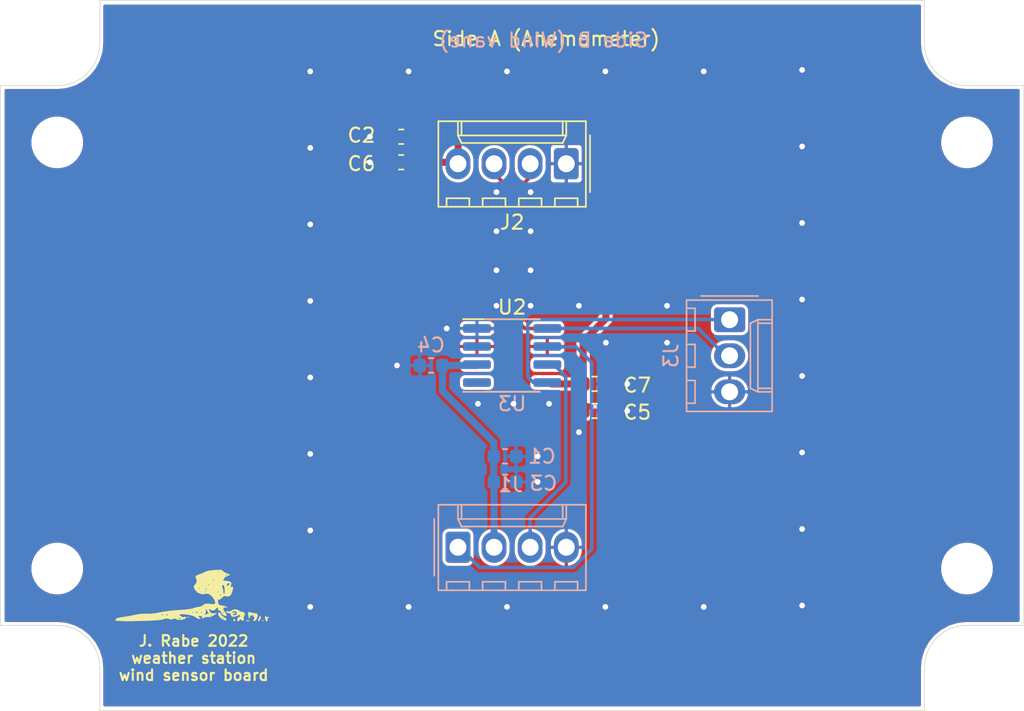
<source format=kicad_pcb>
(kicad_pcb (version 20171130) (host pcbnew "(5.1.6)-1")

  (general
    (thickness 1.6)
    (drawings 23)
    (tracks 97)
    (zones 0)
    (modules 17)
    (nets 15)
  )

  (page A4)
  (layers
    (0 F.Cu signal)
    (31 B.Cu signal)
    (32 B.Adhes user)
    (33 F.Adhes user)
    (34 B.Paste user)
    (35 F.Paste user)
    (36 B.SilkS user)
    (37 F.SilkS user)
    (38 B.Mask user)
    (39 F.Mask user)
    (40 Dwgs.User user)
    (41 Cmts.User user)
    (42 Eco1.User user)
    (43 Eco2.User user)
    (44 Edge.Cuts user)
    (45 Margin user)
    (46 B.CrtYd user)
    (47 F.CrtYd user)
    (48 B.Fab user)
    (49 F.Fab user)
  )

  (setup
    (last_trace_width 0.25)
    (trace_clearance 0.2)
    (zone_clearance 0.22)
    (zone_45_only no)
    (trace_min 0.2)
    (via_size 0.8)
    (via_drill 0.4)
    (via_min_size 0.4)
    (via_min_drill 0.3)
    (uvia_size 0.3)
    (uvia_drill 0.1)
    (uvias_allowed no)
    (uvia_min_size 0.2)
    (uvia_min_drill 0.1)
    (edge_width 0.05)
    (segment_width 0.2)
    (pcb_text_width 0.3)
    (pcb_text_size 1.5 1.5)
    (mod_edge_width 0.12)
    (mod_text_size 1 1)
    (mod_text_width 0.15)
    (pad_size 1.524 1.524)
    (pad_drill 0.762)
    (pad_to_mask_clearance 0.05)
    (aux_axis_origin 0 0)
    (visible_elements 7FFDFFFF)
    (pcbplotparams
      (layerselection 0x010f0_ffffffff)
      (usegerberextensions true)
      (usegerberattributes false)
      (usegerberadvancedattributes false)
      (creategerberjobfile false)
      (excludeedgelayer true)
      (linewidth 0.100000)
      (plotframeref false)
      (viasonmask false)
      (mode 1)
      (useauxorigin false)
      (hpglpennumber 1)
      (hpglpenspeed 20)
      (hpglpendiameter 15.000000)
      (psnegative false)
      (psa4output false)
      (plotreference true)
      (plotvalue false)
      (plotinvisibletext false)
      (padsonsilk false)
      (subtractmaskfromsilk false)
      (outputformat 1)
      (mirror false)
      (drillshape 0)
      (scaleselection 1)
      (outputdirectory "gerber/"))
  )

  (net 0 "")
  (net 1 GND)
  (net 2 /AMR+)
  (net 3 /AMR-)
  (net 4 "Net-(J3-Pad2)")
  (net 5 "Net-(J3-Pad1)")
  (net 6 "Net-(U2-Pad6)")
  (net 7 "Net-(U2-Pad4)")
  (net 8 "Net-(U2-Pad3)")
  (net 9 /SCL)
  (net 10 /SDA)
  (net 11 "Net-(U3-Pad3)")
  (net 12 "Net-(U3-Pad1)")
  (net 13 /3V3_WV)
  (net 14 /3V3_A)

  (net_class Default "This is the default net class."
    (clearance 0.2)
    (trace_width 0.25)
    (via_dia 0.8)
    (via_drill 0.4)
    (uvia_dia 0.3)
    (uvia_drill 0.1)
    (add_net /3V3_A)
    (add_net /3V3_WV)
    (add_net /AMR+)
    (add_net /AMR-)
    (add_net /SCL)
    (add_net /SDA)
    (add_net GND)
    (add_net "Net-(J3-Pad1)")
    (add_net "Net-(J3-Pad2)")
    (add_net "Net-(U2-Pad3)")
    (add_net "Net-(U2-Pad4)")
    (add_net "Net-(U2-Pad6)")
    (add_net "Net-(U3-Pad1)")
    (add_net "Net-(U3-Pad3)")
  )

  (module custom:logo_JR_3 (layer F.Cu) (tedit 5F6DC437) (tstamp 62B5B86D)
    (at 122 118.2)
    (fp_text reference G*** (at 0 4.1) (layer F.SilkS) hide
      (effects (font (size 1.524 1.524) (thickness 0.3)))
    )
    (fp_text value LOGO (at 0 -2.8) (layer F.SilkS) hide
      (effects (font (size 1.524 1.524) (thickness 0.3)))
    )
    (fp_poly (pts (xy -0.846667 1.820333) (xy -0.889 1.862666) (xy -0.931333 1.820333) (xy -0.889 1.778)
      (xy -0.846667 1.820333)) (layer F.SilkS) (width 0.01))
    (fp_poly (pts (xy 4.545243 1.750455) (xy 4.545847 1.752077) (xy 4.643983 1.816232) (xy 4.725637 1.80759)
      (xy 4.814901 1.788322) (xy 4.754334 1.843298) (xy 4.751653 1.845213) (xy 4.679927 1.962528)
      (xy 4.69315 2.022533) (xy 4.684034 2.106542) (xy 4.640497 2.116606) (xy 4.555832 2.042984)
      (xy 4.519211 1.883773) (xy 4.522579 1.749786) (xy 4.545243 1.750455)) (layer F.SilkS) (width 0.01))
    (fp_poly (pts (xy 4.402667 2.074333) (xy 4.360333 2.116666) (xy 4.318 2.074333) (xy 4.360333 2.032)
      (xy 4.402667 2.074333)) (layer F.SilkS) (width 0.01))
    (fp_poly (pts (xy 4.222442 1.835039) (xy 4.170884 1.989281) (xy 4.092786 2.102649) (xy 4.060109 2.116666)
      (xy 4.034242 2.051934) (xy 4.079568 1.904642) (xy 4.160499 1.7629) (xy 4.212484 1.728928)
      (xy 4.222442 1.835039)) (layer F.SilkS) (width 0.01))
    (fp_poly (pts (xy 3.491484 1.481303) (xy 3.725293 1.537491) (xy 3.858477 1.554943) (xy 3.978276 1.590103)
      (xy 4.001025 1.70678) (xy 3.983601 1.812537) (xy 3.895812 2.009232) (xy 3.782232 2.080906)
      (xy 3.681477 2.076651) (xy 3.723249 1.992338) (xy 3.733171 1.980222) (xy 3.78389 1.864103)
      (xy 3.694175 1.753885) (xy 3.674396 1.738959) (xy 3.547774 1.668776) (xy 3.482592 1.733342)
      (xy 3.458606 1.805105) (xy 3.411926 1.915163) (xy 3.388814 1.905) (xy 3.362773 1.760125)
      (xy 3.342766 1.651) (xy 3.640667 1.651) (xy 3.683 1.693333) (xy 3.725333 1.651)
      (xy 3.683 1.608666) (xy 3.640667 1.651) (xy 3.342766 1.651) (xy 3.337025 1.619692)
      (xy 3.329949 1.477268) (xy 3.415823 1.459572) (xy 3.491484 1.481303)) (layer F.SilkS) (width 0.01))
    (fp_poly (pts (xy 3.407833 2.060593) (xy 3.418469 2.091496) (xy 3.302 2.103298) (xy 3.181804 2.089992)
      (xy 3.196167 2.060593) (xy 3.369509 2.04941) (xy 3.407833 2.060593)) (layer F.SilkS) (width 0.01))
    (fp_poly (pts (xy 2.632204 1.320497) (xy 2.667 1.354666) (xy 2.786771 1.426531) (xy 2.878667 1.439333)
      (xy 3.053632 1.491252) (xy 3.107104 1.616883) (xy 3.056023 1.725998) (xy 3.002169 1.845296)
      (xy 3.014879 1.88599) (xy 3.023955 1.99134) (xy 3.003561 2.035406) (xy 2.927416 2.084744)
      (xy 2.861637 2.019872) (xy 2.783645 1.951195) (xy 2.738165 2.010833) (xy 2.654351 2.107706)
      (xy 2.575743 2.09524) (xy 2.572289 1.985352) (xy 2.573275 1.982741) (xy 2.61805 1.849334)
      (xy 2.624667 1.816065) (xy 2.689721 1.801716) (xy 2.7305 1.809114) (xy 2.789681 1.812415)
      (xy 2.772306 1.799225) (xy 2.746704 1.709435) (xy 2.760458 1.679108) (xy 2.733155 1.654187)
      (xy 2.597917 1.703576) (xy 2.570485 1.717056) (xy 2.325492 1.799954) (xy 2.166643 1.767882)
      (xy 2.116667 1.643944) (xy 2.046145 1.546691) (xy 1.947333 1.524) (xy 1.887766 1.510077)
      (xy 2.123645 1.510077) (xy 2.167526 1.507475) (xy 2.219788 1.491757) (xy 2.371114 1.498181)
      (xy 2.42337 1.540779) (xy 2.429326 1.595242) (xy 2.389599 1.578033) (xy 2.271906 1.578703)
      (xy 2.24452 1.607285) (xy 2.269485 1.675134) (xy 2.36567 1.693333) (xy 2.505647 1.643834)
      (xy 2.54 1.57133) (xy 2.481331 1.419777) (xy 2.333864 1.392366) (xy 2.22317 1.441143)
      (xy 2.123645 1.510077) (xy 1.887766 1.510077) (xy 1.809702 1.491831) (xy 1.778 1.447259)
      (xy 1.84495 1.402404) (xy 1.937778 1.412302) (xy 2.095637 1.406124) (xy 2.154441 1.362042)
      (xy 2.280646 1.288744) (xy 2.470848 1.27445) (xy 2.632204 1.320497)) (layer F.SilkS) (width 0.01))
    (fp_poly (pts (xy 2.426229 1.999203) (xy 2.413 2.032) (xy 2.336918 2.11277) (xy 2.323336 2.116666)
      (xy 2.286971 2.05116) (xy 2.286 2.032) (xy 2.351088 1.950586) (xy 2.375663 1.947333)
      (xy 2.426229 1.999203)) (layer F.SilkS) (width 0.01))
    (fp_poly (pts (xy 1.350328 1.510574) (xy 1.391487 1.591298) (xy 1.503414 1.737212) (xy 1.650932 1.82536)
      (xy 1.796623 1.919957) (xy 1.795556 2.007536) (xy 1.708938 2.054752) (xy 1.552163 1.991572)
      (xy 1.484421 1.94914) (xy 1.418832 1.890888) (xy 1.552222 1.890888) (xy 1.563844 1.941223)
      (xy 1.608667 1.947333) (xy 1.678357 1.916355) (xy 1.665111 1.890888) (xy 1.564631 1.880755)
      (xy 1.552222 1.890888) (xy 1.418832 1.890888) (xy 1.296154 1.781935) (xy 1.214037 1.615876)
      (xy 1.25646 1.491401) (xy 1.271445 1.480773) (xy 1.350328 1.510574)) (layer F.SilkS) (width 0.01))
    (fp_poly (pts (xy 1.418532 -1.501368) (xy 1.520772 -1.469458) (xy 1.524 -1.45986) (xy 1.595304 -1.374119)
      (xy 1.769893 -1.280792) (xy 1.799167 -1.269464) (xy 2.074333 -1.167695) (xy 1.820333 -1.053333)
      (xy 1.673464 -0.976294) (xy 1.64228 -0.935438) (xy 1.651 -0.933856) (xy 1.666059 -0.894628)
      (xy 1.608667 -0.846667) (xy 1.54143 -0.78327) (xy 1.624749 -0.756375) (xy 1.672167 -0.752714)
      (xy 1.979144 -0.709871) (xy 2.132301 -0.62371) (xy 2.143639 -0.485216) (xy 2.114936 -0.420101)
      (xy 2.069413 -0.304541) (xy 2.134529 -0.299446) (xy 2.16656 -0.31095) (xy 2.254576 -0.322959)
      (xy 2.271236 -0.237004) (xy 2.242863 -0.081008) (xy 2.138873 0.214433) (xy 1.994531 0.365462)
      (xy 1.82156 0.360562) (xy 1.803105 0.351033) (xy 1.664106 0.324664) (xy 1.512744 0.426114)
      (xy 1.469517 0.470775) (xy 1.319292 0.596453) (xy 1.240033 0.571312) (xy 1.239077 0.569109)
      (xy 1.212828 0.567393) (xy 1.206328 0.700434) (xy 1.207219 0.724099) (xy 1.239671 0.909718)
      (xy 1.351057 0.985505) (xy 1.475853 1.002118) (xy 1.68765 1.043019) (xy 1.818952 1.108535)
      (xy 1.846044 1.162564) (xy 1.765397 1.142244) (xy 1.617386 1.133314) (xy 1.569352 1.227479)
      (xy 1.631728 1.38411) (xy 1.686086 1.451059) (xy 1.794225 1.602972) (xy 1.812267 1.706384)
      (xy 1.716166 1.734097) (xy 1.578831 1.671986) (xy 1.466913 1.560745) (xy 1.440335 1.481666)
      (xy 1.524 1.481666) (xy 1.566333 1.524) (xy 1.608667 1.481666) (xy 1.566333 1.439333)
      (xy 1.524 1.481666) (xy 1.440335 1.481666) (xy 1.439333 1.478687) (xy 1.371108 1.370203)
      (xy 1.307336 1.354666) (xy 1.217859 1.316228) (xy 1.224051 1.27585) (xy 1.216199 1.166955)
      (xy 1.195586 1.149336) (xy 1.104759 1.171103) (xy 1.069862 1.228152) (xy 0.953086 1.334589)
      (xy 0.77192 1.341599) (xy 0.609552 1.253018) (xy 0.555113 1.217635) (xy 0.584615 1.312315)
      (xy 0.613785 1.376223) (xy 0.724735 1.536339) (xy 0.876684 1.565362) (xy 0.931333 1.555853)
      (xy 1.143 1.510629) (xy 0.931333 1.682489) (xy 0.683783 1.807956) (xy 0.528067 1.80672)
      (xy 0.316284 1.815325) (xy 0.194315 1.874378) (xy 0.10678 1.927877) (xy 0.110261 1.892705)
      (xy 0.095666 1.787118) (xy 0.029729 1.742545) (xy -0.018459 1.735666) (xy 0.677333 1.735666)
      (xy 0.719667 1.778) (xy 0.762 1.735666) (xy 0.719667 1.693333) (xy 0.677333 1.735666)
      (xy -0.018459 1.735666) (xy -0.118478 1.721388) (xy -0.163727 1.777246) (xy -0.082215 1.865973)
      (xy -0.006034 1.929391) (xy -0.087477 1.945877) (xy -0.099786 1.946036) (xy -0.271763 1.890529)
      (xy -0.377131 1.812107) (xy -0.548083 1.723173) (xy -0.6857 1.690643) (xy 0.259095 1.690643)
      (xy 0.326182 1.650701) (xy 0.351371 1.630567) (xy 0.490191 1.571304) (xy 0.555332 1.588234)
      (xy 0.577717 1.587309) (xy 0.537744 1.524) (xy 0.428155 1.341924) (xy 0.394527 1.27)
      (xy 0.359131 1.217552) (xy 0.359878 1.312333) (xy 0.33677 1.518639) (xy 0.299134 1.608666)
      (xy 0.259095 1.690643) (xy -0.6857 1.690643) (xy -0.839492 1.65429) (xy -1.039346 1.629289)
      (xy -1.322365 1.60714) (xy -1.466028 1.610606) (xy -1.499251 1.646385) (xy -1.450953 1.721177)
      (xy -1.448547 1.724093) (xy -1.272323 1.824604) (xy -1.163363 1.81336) (xy -1.038209 1.803658)
      (xy -1.031338 1.866345) (xy -1.132996 1.945085) (xy -1.328395 1.995512) (xy -1.54316 2.008901)
      (xy -1.702913 1.97653) (xy -1.734727 1.948853) (xy -1.795382 1.927091) (xy -1.571945 1.927091)
      (xy -1.488722 1.940649) (xy -1.378908 1.925082) (xy -1.377597 1.89618) (xy -1.490914 1.875969)
      (xy -1.539875 1.889496) (xy -1.571945 1.927091) (xy -1.795382 1.927091) (xy -1.848073 1.908187)
      (xy -1.94134 1.944125) (xy -2.087222 1.989426) (xy -2.145188 1.975256) (xy -2.27573 1.924453)
      (xy -2.461776 1.915314) (xy -2.608545 1.949157) (xy -2.631189 1.968497) (xy -2.730371 1.998109)
      (xy -2.963721 2.025352) (xy -3.300375 2.049497) (xy -3.709467 2.069809) (xy -4.160132 2.085559)
      (xy -4.621504 2.096012) (xy -5.062719 2.100439) (xy -5.452911 2.098106) (xy -5.761215 2.088282)
      (xy -5.956766 2.070234) (xy -6.011333 2.048654) (xy -5.973092 1.946812) (xy -5.837967 1.876196)
      (xy -5.575353 1.823822) (xy -5.440805 1.806591) (xy -5.096696 1.753946) (xy -4.725879 1.679749)
      (xy -4.620645 1.654778) (xy -4.513316 1.636888) (xy -2.765778 1.636888) (xy -2.754156 1.687223)
      (xy -2.709333 1.693333) (xy -2.639643 1.662355) (xy -2.652889 1.636888) (xy -2.427111 1.636888)
      (xy -2.415489 1.687223) (xy -2.370667 1.693333) (xy -2.300977 1.662355) (xy -2.314222 1.636888)
      (xy -2.414702 1.626755) (xy -2.427111 1.636888) (xy -2.652889 1.636888) (xy -2.753369 1.626755)
      (xy -2.765778 1.636888) (xy -4.513316 1.636888) (xy -4.272744 1.596789) (xy -3.904832 1.577697)
      (xy -3.797175 1.582301) (xy -3.475542 1.578186) (xy -3.101719 1.532366) (xy -2.901864 1.490575)
      (xy -2.855938 1.481666) (xy -0.592667 1.481666) (xy -0.550333 1.524) (xy -0.530091 1.503757)
      (xy -0.386612 1.503757) (xy -0.303389 1.517315) (xy -0.193575 1.501749) (xy -0.192665 1.481666)
      (xy 0 1.481666) (xy 0.042333 1.524) (xy 0.084667 1.481666) (xy 0.042333 1.439333)
      (xy 0 1.481666) (xy -0.192665 1.481666) (xy -0.192264 1.472847) (xy -0.305581 1.452635)
      (xy -0.354542 1.466163) (xy -0.386612 1.503757) (xy -0.530091 1.503757) (xy -0.508 1.481666)
      (xy -0.550333 1.439333) (xy -0.592667 1.481666) (xy -2.855938 1.481666) (xy -2.596411 1.431322)
      (xy -2.18945 1.376709) (xy -1.748762 1.335151) (xy -1.547097 1.322409) (xy -1.164463 1.295194)
      (xy -0.832327 1.257699) (xy -0.59573 1.215733) (xy -0.515497 1.189345) (xy -0.294824 1.117409)
      (xy -0.142933 1.100666) (xy 0.063977 1.048416) (xy 0.175281 0.966499) (xy 0.299338 0.882266)
      (xy 0.502896 0.869409) (xy 0.651315 0.88702) (xy 0.8789 0.912714) (xy 0.985349 0.889381)
      (xy 1.015256 0.802725) (xy 1.016 0.770106) (xy 0.959318 0.601283) (xy 0.818964 0.399507)
      (xy 0.77795 0.354983) (xy 0.658012 0.254) (xy 1.354667 0.254) (xy 1.385645 0.32369)
      (xy 1.411111 0.310444) (xy 1.421244 0.209964) (xy 1.411111 0.197555) (xy 1.360777 0.209177)
      (xy 1.354667 0.254) (xy 0.658012 0.254) (xy 0.587962 0.195022) (xy 0.432362 0.159358)
      (xy 0.361824 0.177336) (xy 0.068627 0.203574) (xy -0.213531 0.093346) (xy -0.263004 0.042333)
      (xy 0.254 0.042333) (xy 0.296333 0.084666) (xy 0.338667 0.042333) (xy 1.185333 0.042333)
      (xy 1.227667 0.084666) (xy 1.27 0.042333) (xy 1.227667 0) (xy 1.185333 0.042333)
      (xy 0.338667 0.042333) (xy 0.296333 0) (xy 0.254 0.042333) (xy -0.263004 0.042333)
      (xy -0.404687 -0.103759) (xy -0.460103 -0.211667) (xy -0.169333 -0.211667) (xy -0.127 -0.169334)
      (xy 0.338667 -0.169334) (xy 0.369645 -0.099644) (xy 0.395111 -0.112889) (xy 0.405244 -0.213369)
      (xy 0.395111 -0.225778) (xy 0.344777 -0.214156) (xy 0.338667 -0.169334) (xy -0.127 -0.169334)
      (xy -0.084667 -0.211667) (xy -0.127 -0.254) (xy -0.169333 -0.211667) (xy -0.460103 -0.211667)
      (xy -0.49145 -0.272704) (xy -0.480809 -0.356907) (xy 1.48614 -0.356907) (xy 1.502023 -0.308629)
      (xy 1.563483 -0.141284) (xy 1.57562 -0.0635) (xy 1.595346 0.106935) (xy 1.627935 0.164851)
      (xy 1.65443 0.169333) (xy 1.678955 0.09452) (xy 1.683777 -0.091865) (xy 1.68073 -0.160524)
      (xy 1.647245 -0.383049) (xy 1.578105 -0.453655) (xy 1.550786 -0.447986) (xy 1.48614 -0.356907)
      (xy -0.480809 -0.356907) (xy -0.476882 -0.387971) (xy -0.415098 -0.465667) (xy 0.508 -0.465667)
      (xy 0.550333 -0.423334) (xy 0.592667 -0.465667) (xy 0.588355 -0.469979) (xy 1.833703 -0.469979)
      (xy 1.837461 -0.38407) (xy 1.909312 -0.394371) (xy 2.018643 -0.47773) (xy 2.032 -0.517059)
      (xy 1.985625 -0.590438) (xy 1.892706 -0.556776) (xy 1.833703 -0.469979) (xy 0.588355 -0.469979)
      (xy 0.550333 -0.508) (xy 0.508 -0.465667) (xy -0.415098 -0.465667) (xy -0.384573 -0.504053)
      (xy -0.279069 -0.667563) (xy -0.296599 -0.804334) (xy 0.846667 -0.804334) (xy 0.889 -0.762)
      (xy 0.931333 -0.804334) (xy 0.889 -0.846667) (xy 0.846667 -0.804334) (xy -0.296599 -0.804334)
      (xy -0.300726 -0.836533) (xy -0.321055 -0.884157) (xy -0.367811 -1.021981) (xy -0.321676 -1.103931)
      (xy -0.227875 -1.143) (xy 1.778 -1.143) (xy 1.820333 -1.100667) (xy 1.862667 -1.143)
      (xy 1.820333 -1.185334) (xy 1.778 -1.143) (xy -0.227875 -1.143) (xy -0.150264 -1.175325)
      (xy -0.101655 -1.191181) (xy 0.127164 -1.275915) (xy 0.290095 -1.35564) (xy 0.30775 -1.367976)
      (xy 0.381574 -1.397) (xy 1.185333 -1.397) (xy 1.227667 -1.354667) (xy 1.27 -1.397)
      (xy 1.227667 -1.439334) (xy 1.185333 -1.397) (xy 0.381574 -1.397) (xy 0.442872 -1.421099)
      (xy 0.671605 -1.464784) (xy 0.943855 -1.495247) (xy 1.209528 -1.508703) (xy 1.418532 -1.501368)) (layer F.SilkS) (width 0.01))
  )

  (module Capacitor_SMD:C_0603_1608Metric (layer F.Cu) (tedit 5B301BBE) (tstamp 62B5C597)
    (at 149.7 103.6)
    (descr "Capacitor SMD 0603 (1608 Metric), square (rectangular) end terminal, IPC_7351 nominal, (Body size source: http://www.tortai-tech.com/upload/download/2011102023233369053.pdf), generated with kicad-footprint-generator")
    (tags capacitor)
    (path /62B85AB5)
    (attr smd)
    (fp_text reference C7 (at 3 0.1) (layer F.SilkS)
      (effects (font (size 1 1) (thickness 0.15)))
    )
    (fp_text value DNF (at 0 1.43) (layer F.Fab)
      (effects (font (size 1 1) (thickness 0.15)))
    )
    (fp_line (start -0.8 0.4) (end -0.8 -0.4) (layer F.Fab) (width 0.1))
    (fp_line (start -0.8 -0.4) (end 0.8 -0.4) (layer F.Fab) (width 0.1))
    (fp_line (start 0.8 -0.4) (end 0.8 0.4) (layer F.Fab) (width 0.1))
    (fp_line (start 0.8 0.4) (end -0.8 0.4) (layer F.Fab) (width 0.1))
    (fp_line (start -0.162779 -0.51) (end 0.162779 -0.51) (layer F.SilkS) (width 0.12))
    (fp_line (start -0.162779 0.51) (end 0.162779 0.51) (layer F.SilkS) (width 0.12))
    (fp_line (start -1.48 0.73) (end -1.48 -0.73) (layer F.CrtYd) (width 0.05))
    (fp_line (start -1.48 -0.73) (end 1.48 -0.73) (layer F.CrtYd) (width 0.05))
    (fp_line (start 1.48 -0.73) (end 1.48 0.73) (layer F.CrtYd) (width 0.05))
    (fp_line (start 1.48 0.73) (end -1.48 0.73) (layer F.CrtYd) (width 0.05))
    (fp_text user %R (at 0 0) (layer F.Fab)
      (effects (font (size 0.4 0.4) (thickness 0.06)))
    )
    (pad 2 smd roundrect (at 0.7875 0) (size 0.875 0.95) (layers F.Cu F.Paste F.Mask) (roundrect_rratio 0.25)
      (net 1 GND))
    (pad 1 smd roundrect (at -0.7875 0) (size 0.875 0.95) (layers F.Cu F.Paste F.Mask) (roundrect_rratio 0.25)
      (net 14 /3V3_A))
    (model ${KISYS3DMOD}/Capacitor_SMD.3dshapes/C_0603_1608Metric.wrl
      (at (xyz 0 0 0))
      (scale (xyz 1 1 1))
      (rotate (xyz 0 0 0))
    )
  )

  (module Capacitor_SMD:C_0603_1608Metric (layer F.Cu) (tedit 5B301BBE) (tstamp 62B5B065)
    (at 136.1 86.2 180)
    (descr "Capacitor SMD 0603 (1608 Metric), square (rectangular) end terminal, IPC_7351 nominal, (Body size source: http://www.tortai-tech.com/upload/download/2011102023233369053.pdf), generated with kicad-footprint-generator")
    (tags capacitor)
    (path /62B77677)
    (attr smd)
    (fp_text reference C6 (at 2.8 -1.9) (layer F.SilkS)
      (effects (font (size 1 1) (thickness 0.15)))
    )
    (fp_text value 10uF (at 0 1.43) (layer F.Fab)
      (effects (font (size 1 1) (thickness 0.15)))
    )
    (fp_line (start -0.8 0.4) (end -0.8 -0.4) (layer F.Fab) (width 0.1))
    (fp_line (start -0.8 -0.4) (end 0.8 -0.4) (layer F.Fab) (width 0.1))
    (fp_line (start 0.8 -0.4) (end 0.8 0.4) (layer F.Fab) (width 0.1))
    (fp_line (start 0.8 0.4) (end -0.8 0.4) (layer F.Fab) (width 0.1))
    (fp_line (start -0.162779 -0.51) (end 0.162779 -0.51) (layer F.SilkS) (width 0.12))
    (fp_line (start -0.162779 0.51) (end 0.162779 0.51) (layer F.SilkS) (width 0.12))
    (fp_line (start -1.48 0.73) (end -1.48 -0.73) (layer F.CrtYd) (width 0.05))
    (fp_line (start -1.48 -0.73) (end 1.48 -0.73) (layer F.CrtYd) (width 0.05))
    (fp_line (start 1.48 -0.73) (end 1.48 0.73) (layer F.CrtYd) (width 0.05))
    (fp_line (start 1.48 0.73) (end -1.48 0.73) (layer F.CrtYd) (width 0.05))
    (fp_text user %R (at 0 0) (layer F.Fab)
      (effects (font (size 0.4 0.4) (thickness 0.06)))
    )
    (pad 2 smd roundrect (at 0.7875 0 180) (size 0.875 0.95) (layers F.Cu F.Paste F.Mask) (roundrect_rratio 0.25)
      (net 1 GND))
    (pad 1 smd roundrect (at -0.7875 0 180) (size 0.875 0.95) (layers F.Cu F.Paste F.Mask) (roundrect_rratio 0.25)
      (net 14 /3V3_A))
    (model ${KISYS3DMOD}/Capacitor_SMD.3dshapes/C_0603_1608Metric.wrl
      (at (xyz 0 0 0))
      (scale (xyz 1 1 1))
      (rotate (xyz 0 0 0))
    )
  )

  (module Capacitor_SMD:C_0603_1608Metric (layer F.Cu) (tedit 5B301BBE) (tstamp 62B5AFF4)
    (at 136.1 88 180)
    (descr "Capacitor SMD 0603 (1608 Metric), square (rectangular) end terminal, IPC_7351 nominal, (Body size source: http://www.tortai-tech.com/upload/download/2011102023233369053.pdf), generated with kicad-footprint-generator")
    (tags capacitor)
    (path /62B7765F)
    (attr smd)
    (fp_text reference C2 (at 2.8 1.9) (layer F.SilkS)
      (effects (font (size 1 1) (thickness 0.15)))
    )
    (fp_text value 100nF (at 0 1.43) (layer F.Fab)
      (effects (font (size 1 1) (thickness 0.15)))
    )
    (fp_line (start -0.8 0.4) (end -0.8 -0.4) (layer F.Fab) (width 0.1))
    (fp_line (start -0.8 -0.4) (end 0.8 -0.4) (layer F.Fab) (width 0.1))
    (fp_line (start 0.8 -0.4) (end 0.8 0.4) (layer F.Fab) (width 0.1))
    (fp_line (start 0.8 0.4) (end -0.8 0.4) (layer F.Fab) (width 0.1))
    (fp_line (start -0.162779 -0.51) (end 0.162779 -0.51) (layer F.SilkS) (width 0.12))
    (fp_line (start -0.162779 0.51) (end 0.162779 0.51) (layer F.SilkS) (width 0.12))
    (fp_line (start -1.48 0.73) (end -1.48 -0.73) (layer F.CrtYd) (width 0.05))
    (fp_line (start -1.48 -0.73) (end 1.48 -0.73) (layer F.CrtYd) (width 0.05))
    (fp_line (start 1.48 -0.73) (end 1.48 0.73) (layer F.CrtYd) (width 0.05))
    (fp_line (start 1.48 0.73) (end -1.48 0.73) (layer F.CrtYd) (width 0.05))
    (fp_text user %R (at 0 0) (layer F.Fab)
      (effects (font (size 0.4 0.4) (thickness 0.06)))
    )
    (pad 2 smd roundrect (at 0.7875 0 180) (size 0.875 0.95) (layers F.Cu F.Paste F.Mask) (roundrect_rratio 0.25)
      (net 1 GND))
    (pad 1 smd roundrect (at -0.7875 0 180) (size 0.875 0.95) (layers F.Cu F.Paste F.Mask) (roundrect_rratio 0.25)
      (net 14 /3V3_A))
    (model ${KISYS3DMOD}/Capacitor_SMD.3dshapes/C_0603_1608Metric.wrl
      (at (xyz 0 0 0))
      (scale (xyz 1 1 1))
      (rotate (xyz 0 0 0))
    )
  )

  (module Package_SO:SOIC-8_3.9x4.9mm_P1.27mm (layer B.Cu) (tedit 5D9F72B1) (tstamp 62B5F039)
    (at 143.9 101.6)
    (descr "SOIC, 8 Pin (JEDEC MS-012AA, https://www.analog.com/media/en/package-pcb-resources/package/pkg_pdf/soic_narrow-r/r_8.pdf), generated with kicad-footprint-generator ipc_gullwing_generator.py")
    (tags "SOIC SO")
    (path /63518BD0)
    (attr smd)
    (fp_text reference U3 (at 0 3.4) (layer B.SilkS)
      (effects (font (size 1 1) (thickness 0.15)) (justify mirror))
    )
    (fp_text value AS5601 (at 0 -3.4) (layer B.Fab)
      (effects (font (size 1 1) (thickness 0.15)) (justify mirror))
    )
    (fp_line (start 3.7 2.7) (end -3.7 2.7) (layer B.CrtYd) (width 0.05))
    (fp_line (start 3.7 -2.7) (end 3.7 2.7) (layer B.CrtYd) (width 0.05))
    (fp_line (start -3.7 -2.7) (end 3.7 -2.7) (layer B.CrtYd) (width 0.05))
    (fp_line (start -3.7 2.7) (end -3.7 -2.7) (layer B.CrtYd) (width 0.05))
    (fp_line (start -1.95 1.475) (end -0.975 2.45) (layer B.Fab) (width 0.1))
    (fp_line (start -1.95 -2.45) (end -1.95 1.475) (layer B.Fab) (width 0.1))
    (fp_line (start 1.95 -2.45) (end -1.95 -2.45) (layer B.Fab) (width 0.1))
    (fp_line (start 1.95 2.45) (end 1.95 -2.45) (layer B.Fab) (width 0.1))
    (fp_line (start -0.975 2.45) (end 1.95 2.45) (layer B.Fab) (width 0.1))
    (fp_line (start 0 2.56) (end -3.45 2.56) (layer B.SilkS) (width 0.12))
    (fp_line (start 0 2.56) (end 1.95 2.56) (layer B.SilkS) (width 0.12))
    (fp_line (start 0 -2.56) (end -1.95 -2.56) (layer B.SilkS) (width 0.12))
    (fp_line (start 0 -2.56) (end 1.95 -2.56) (layer B.SilkS) (width 0.12))
    (fp_text user %R (at 0 0) (layer B.Fab)
      (effects (font (size 0.98 0.98) (thickness 0.15)) (justify mirror))
    )
    (pad 8 smd roundrect (at 2.475 1.905) (size 1.95 0.6) (layers B.Cu B.Paste B.Mask) (roundrect_rratio 0.25)
      (net 5 "Net-(J3-Pad1)"))
    (pad 7 smd roundrect (at 2.475 0.635) (size 1.95 0.6) (layers B.Cu B.Paste B.Mask) (roundrect_rratio 0.25)
      (net 9 /SCL))
    (pad 6 smd roundrect (at 2.475 -0.635) (size 1.95 0.6) (layers B.Cu B.Paste B.Mask) (roundrect_rratio 0.25)
      (net 10 /SDA))
    (pad 5 smd roundrect (at 2.475 -1.905) (size 1.95 0.6) (layers B.Cu B.Paste B.Mask) (roundrect_rratio 0.25)
      (net 4 "Net-(J3-Pad2)"))
    (pad 4 smd roundrect (at -2.475 -1.905) (size 1.95 0.6) (layers B.Cu B.Paste B.Mask) (roundrect_rratio 0.25)
      (net 1 GND))
    (pad 3 smd roundrect (at -2.475 -0.635) (size 1.95 0.6) (layers B.Cu B.Paste B.Mask) (roundrect_rratio 0.25)
      (net 11 "Net-(U3-Pad3)"))
    (pad 2 smd roundrect (at -2.475 0.635) (size 1.95 0.6) (layers B.Cu B.Paste B.Mask) (roundrect_rratio 0.25)
      (net 13 /3V3_WV))
    (pad 1 smd roundrect (at -2.475 1.905) (size 1.95 0.6) (layers B.Cu B.Paste B.Mask) (roundrect_rratio 0.25)
      (net 12 "Net-(U3-Pad1)"))
    (model ${KISYS3DMOD}/Package_SO.3dshapes/SOIC-8_3.9x4.9mm_P1.27mm.wrl
      (at (xyz 0 0 0))
      (scale (xyz 1 1 1))
      (rotate (xyz 0 0 0))
    )
  )

  (module Package_SO:SOIC-8_3.9x4.9mm_P1.27mm (layer F.Cu) (tedit 5D9F72B1) (tstamp 62B5F01F)
    (at 143.9 101.6)
    (descr "SOIC, 8 Pin (JEDEC MS-012AA, https://www.analog.com/media/en/package-pcb-resources/package/pkg_pdf/soic_narrow-r/r_8.pdf), generated with kicad-footprint-generator ipc_gullwing_generator.py")
    (tags "SOIC SO")
    (path /6350E9DD)
    (attr smd)
    (fp_text reference U2 (at 0 -3.4) (layer F.SilkS)
      (effects (font (size 1 1) (thickness 0.15)))
    )
    (fp_text value HMC1501 (at 0 3.4) (layer F.Fab)
      (effects (font (size 1 1) (thickness 0.15)))
    )
    (fp_line (start 3.7 -2.7) (end -3.7 -2.7) (layer F.CrtYd) (width 0.05))
    (fp_line (start 3.7 2.7) (end 3.7 -2.7) (layer F.CrtYd) (width 0.05))
    (fp_line (start -3.7 2.7) (end 3.7 2.7) (layer F.CrtYd) (width 0.05))
    (fp_line (start -3.7 -2.7) (end -3.7 2.7) (layer F.CrtYd) (width 0.05))
    (fp_line (start -1.95 -1.475) (end -0.975 -2.45) (layer F.Fab) (width 0.1))
    (fp_line (start -1.95 2.45) (end -1.95 -1.475) (layer F.Fab) (width 0.1))
    (fp_line (start 1.95 2.45) (end -1.95 2.45) (layer F.Fab) (width 0.1))
    (fp_line (start 1.95 -2.45) (end 1.95 2.45) (layer F.Fab) (width 0.1))
    (fp_line (start -0.975 -2.45) (end 1.95 -2.45) (layer F.Fab) (width 0.1))
    (fp_line (start 0 -2.56) (end -3.45 -2.56) (layer F.SilkS) (width 0.12))
    (fp_line (start 0 -2.56) (end 1.95 -2.56) (layer F.SilkS) (width 0.12))
    (fp_line (start 0 2.56) (end -1.95 2.56) (layer F.SilkS) (width 0.12))
    (fp_line (start 0 2.56) (end 1.95 2.56) (layer F.SilkS) (width 0.12))
    (fp_text user %R (at 0 0) (layer F.Fab)
      (effects (font (size 0.98 0.98) (thickness 0.15)))
    )
    (pad 8 smd roundrect (at 2.475 -1.905) (size 1.95 0.6) (layers F.Cu F.Paste F.Mask) (roundrect_rratio 0.25)
      (net 3 /AMR-))
    (pad 7 smd roundrect (at 2.475 -0.635) (size 1.95 0.6) (layers F.Cu F.Paste F.Mask) (roundrect_rratio 0.25)
      (net 1 GND))
    (pad 6 smd roundrect (at 2.475 0.635) (size 1.95 0.6) (layers F.Cu F.Paste F.Mask) (roundrect_rratio 0.25)
      (net 6 "Net-(U2-Pad6)"))
    (pad 5 smd roundrect (at 2.475 1.905) (size 1.95 0.6) (layers F.Cu F.Paste F.Mask) (roundrect_rratio 0.25)
      (net 14 /3V3_A))
    (pad 4 smd roundrect (at -2.475 1.905) (size 1.95 0.6) (layers F.Cu F.Paste F.Mask) (roundrect_rratio 0.25)
      (net 7 "Net-(U2-Pad4)"))
    (pad 3 smd roundrect (at -2.475 0.635) (size 1.95 0.6) (layers F.Cu F.Paste F.Mask) (roundrect_rratio 0.25)
      (net 8 "Net-(U2-Pad3)"))
    (pad 2 smd roundrect (at -2.475 -0.635) (size 1.95 0.6) (layers F.Cu F.Paste F.Mask) (roundrect_rratio 0.25)
      (net 1 GND))
    (pad 1 smd roundrect (at -2.475 -1.905) (size 1.95 0.6) (layers F.Cu F.Paste F.Mask) (roundrect_rratio 0.25)
      (net 2 /AMR+))
    (model ${KISYS3DMOD}/Package_SO.3dshapes/SOIC-8_3.9x4.9mm_P1.27mm.wrl
      (at (xyz 0 0 0))
      (scale (xyz 1 1 1))
      (rotate (xyz 0 0 0))
    )
  )

  (module Connector_Molex:Molex_KK-254_AE-6410-03A_1x03_P2.54mm_Vertical (layer B.Cu) (tedit 5EA53D3B) (tstamp 62B5F005)
    (at 159.2 99.08 270)
    (descr "Molex KK-254 Interconnect System, old/engineering part number: AE-6410-03A example for new part number: 22-27-2031, 3 Pins (http://www.molex.com/pdm_docs/sd/022272021_sd.pdf), generated with kicad-footprint-generator")
    (tags "connector Molex KK-254 vertical")
    (path /6351D2E5)
    (fp_text reference J3 (at 2.54 4.12 270) (layer B.SilkS)
      (effects (font (size 1 1) (thickness 0.15)) (justify mirror))
    )
    (fp_text value Conn_01x03 (at 2.54 -4.08 270) (layer B.Fab)
      (effects (font (size 1 1) (thickness 0.15)) (justify mirror))
    )
    (fp_line (start 6.85 3.42) (end -1.77 3.42) (layer B.CrtYd) (width 0.05))
    (fp_line (start 6.85 -3.38) (end 6.85 3.42) (layer B.CrtYd) (width 0.05))
    (fp_line (start -1.77 -3.38) (end 6.85 -3.38) (layer B.CrtYd) (width 0.05))
    (fp_line (start -1.77 3.42) (end -1.77 -3.38) (layer B.CrtYd) (width 0.05))
    (fp_line (start 5.88 2.43) (end 5.88 3.03) (layer B.SilkS) (width 0.12))
    (fp_line (start 4.28 2.43) (end 5.88 2.43) (layer B.SilkS) (width 0.12))
    (fp_line (start 4.28 3.03) (end 4.28 2.43) (layer B.SilkS) (width 0.12))
    (fp_line (start 3.34 2.43) (end 3.34 3.03) (layer B.SilkS) (width 0.12))
    (fp_line (start 1.74 2.43) (end 3.34 2.43) (layer B.SilkS) (width 0.12))
    (fp_line (start 1.74 3.03) (end 1.74 2.43) (layer B.SilkS) (width 0.12))
    (fp_line (start 0.8 2.43) (end 0.8 3.03) (layer B.SilkS) (width 0.12))
    (fp_line (start -0.8 2.43) (end 0.8 2.43) (layer B.SilkS) (width 0.12))
    (fp_line (start -0.8 3.03) (end -0.8 2.43) (layer B.SilkS) (width 0.12))
    (fp_line (start 4.83 -2.99) (end 4.83 -1.99) (layer B.SilkS) (width 0.12))
    (fp_line (start 0.25 -2.99) (end 0.25 -1.99) (layer B.SilkS) (width 0.12))
    (fp_line (start 4.83 -1.46) (end 5.08 -1.99) (layer B.SilkS) (width 0.12))
    (fp_line (start 0.25 -1.46) (end 4.83 -1.46) (layer B.SilkS) (width 0.12))
    (fp_line (start 0 -1.99) (end 0.25 -1.46) (layer B.SilkS) (width 0.12))
    (fp_line (start 5.08 -1.99) (end 5.08 -2.99) (layer B.SilkS) (width 0.12))
    (fp_line (start 0 -1.99) (end 5.08 -1.99) (layer B.SilkS) (width 0.12))
    (fp_line (start 0 -2.99) (end 0 -1.99) (layer B.SilkS) (width 0.12))
    (fp_line (start -0.562893 0) (end -1.27 -0.5) (layer B.Fab) (width 0.1))
    (fp_line (start -1.27 0.5) (end -0.562893 0) (layer B.Fab) (width 0.1))
    (fp_line (start -1.67 2) (end -1.67 -2) (layer B.SilkS) (width 0.12))
    (fp_line (start 6.46 3.03) (end -1.38 3.03) (layer B.SilkS) (width 0.12))
    (fp_line (start 6.46 -2.99) (end 6.46 3.03) (layer B.SilkS) (width 0.12))
    (fp_line (start -1.38 -2.99) (end 6.46 -2.99) (layer B.SilkS) (width 0.12))
    (fp_line (start -1.38 3.03) (end -1.38 -2.99) (layer B.SilkS) (width 0.12))
    (fp_line (start 6.35 2.92) (end -1.27 2.92) (layer B.Fab) (width 0.1))
    (fp_line (start 6.35 -2.88) (end 6.35 2.92) (layer B.Fab) (width 0.1))
    (fp_line (start -1.27 -2.88) (end 6.35 -2.88) (layer B.Fab) (width 0.1))
    (fp_line (start -1.27 2.92) (end -1.27 -2.88) (layer B.Fab) (width 0.1))
    (fp_text user %R (at 2.54 2.22 270) (layer B.Fab)
      (effects (font (size 1 1) (thickness 0.15)) (justify mirror))
    )
    (pad 3 thru_hole oval (at 5.08 0 270) (size 1.74 2.19) (drill 1.19) (layers *.Cu *.Mask)
      (net 1 GND))
    (pad 2 thru_hole oval (at 2.54 0 270) (size 1.74 2.19) (drill 1.19) (layers *.Cu *.Mask)
      (net 4 "Net-(J3-Pad2)"))
    (pad 1 thru_hole roundrect (at 0 0 270) (size 1.74 2.19) (drill 1.19) (layers *.Cu *.Mask) (roundrect_rratio 0.143678)
      (net 5 "Net-(J3-Pad1)"))
    (model ${KISYS3DMOD}/Connector_Molex.3dshapes/Molex_KK-254_AE-6410-03A_1x03_P2.54mm_Vertical.wrl
      (at (xyz 0 0 0))
      (scale (xyz 1 1 1))
      (rotate (xyz 0 0 0))
    )
  )

  (module Connector_Molex:Molex_KK-254_AE-6410-04A_1x04_P2.54mm_Vertical (layer F.Cu) (tedit 5EA53D3B) (tstamp 62B5EFDD)
    (at 147.71 88.1 180)
    (descr "Molex KK-254 Interconnect System, old/engineering part number: AE-6410-04A example for new part number: 22-27-2041, 4 Pins (http://www.molex.com/pdm_docs/sd/022272021_sd.pdf), generated with kicad-footprint-generator")
    (tags "connector Molex KK-254 vertical")
    (path /6350FDBA)
    (fp_text reference J2 (at 3.81 -4.12) (layer F.SilkS)
      (effects (font (size 1 1) (thickness 0.15)))
    )
    (fp_text value Conn_01x04 (at 3.81 4.08) (layer F.Fab)
      (effects (font (size 1 1) (thickness 0.15)))
    )
    (fp_line (start 9.39 -3.42) (end -1.77 -3.42) (layer F.CrtYd) (width 0.05))
    (fp_line (start 9.39 3.38) (end 9.39 -3.42) (layer F.CrtYd) (width 0.05))
    (fp_line (start -1.77 3.38) (end 9.39 3.38) (layer F.CrtYd) (width 0.05))
    (fp_line (start -1.77 -3.42) (end -1.77 3.38) (layer F.CrtYd) (width 0.05))
    (fp_line (start 8.42 -2.43) (end 8.42 -3.03) (layer F.SilkS) (width 0.12))
    (fp_line (start 6.82 -2.43) (end 8.42 -2.43) (layer F.SilkS) (width 0.12))
    (fp_line (start 6.82 -3.03) (end 6.82 -2.43) (layer F.SilkS) (width 0.12))
    (fp_line (start 5.88 -2.43) (end 5.88 -3.03) (layer F.SilkS) (width 0.12))
    (fp_line (start 4.28 -2.43) (end 5.88 -2.43) (layer F.SilkS) (width 0.12))
    (fp_line (start 4.28 -3.03) (end 4.28 -2.43) (layer F.SilkS) (width 0.12))
    (fp_line (start 3.34 -2.43) (end 3.34 -3.03) (layer F.SilkS) (width 0.12))
    (fp_line (start 1.74 -2.43) (end 3.34 -2.43) (layer F.SilkS) (width 0.12))
    (fp_line (start 1.74 -3.03) (end 1.74 -2.43) (layer F.SilkS) (width 0.12))
    (fp_line (start 0.8 -2.43) (end 0.8 -3.03) (layer F.SilkS) (width 0.12))
    (fp_line (start -0.8 -2.43) (end 0.8 -2.43) (layer F.SilkS) (width 0.12))
    (fp_line (start -0.8 -3.03) (end -0.8 -2.43) (layer F.SilkS) (width 0.12))
    (fp_line (start 7.37 2.99) (end 7.37 1.99) (layer F.SilkS) (width 0.12))
    (fp_line (start 0.25 2.99) (end 0.25 1.99) (layer F.SilkS) (width 0.12))
    (fp_line (start 7.37 1.46) (end 7.62 1.99) (layer F.SilkS) (width 0.12))
    (fp_line (start 0.25 1.46) (end 7.37 1.46) (layer F.SilkS) (width 0.12))
    (fp_line (start 0 1.99) (end 0.25 1.46) (layer F.SilkS) (width 0.12))
    (fp_line (start 7.62 1.99) (end 7.62 2.99) (layer F.SilkS) (width 0.12))
    (fp_line (start 0 1.99) (end 7.62 1.99) (layer F.SilkS) (width 0.12))
    (fp_line (start 0 2.99) (end 0 1.99) (layer F.SilkS) (width 0.12))
    (fp_line (start -0.562893 0) (end -1.27 0.5) (layer F.Fab) (width 0.1))
    (fp_line (start -1.27 -0.5) (end -0.562893 0) (layer F.Fab) (width 0.1))
    (fp_line (start -1.67 -2) (end -1.67 2) (layer F.SilkS) (width 0.12))
    (fp_line (start 9 -3.03) (end -1.38 -3.03) (layer F.SilkS) (width 0.12))
    (fp_line (start 9 2.99) (end 9 -3.03) (layer F.SilkS) (width 0.12))
    (fp_line (start -1.38 2.99) (end 9 2.99) (layer F.SilkS) (width 0.12))
    (fp_line (start -1.38 -3.03) (end -1.38 2.99) (layer F.SilkS) (width 0.12))
    (fp_line (start 8.89 -2.92) (end -1.27 -2.92) (layer F.Fab) (width 0.1))
    (fp_line (start 8.89 2.88) (end 8.89 -2.92) (layer F.Fab) (width 0.1))
    (fp_line (start -1.27 2.88) (end 8.89 2.88) (layer F.Fab) (width 0.1))
    (fp_line (start -1.27 -2.92) (end -1.27 2.88) (layer F.Fab) (width 0.1))
    (fp_text user %R (at 3.81 -2.22) (layer F.Fab)
      (effects (font (size 1 1) (thickness 0.15)))
    )
    (pad 4 thru_hole oval (at 7.62 0 180) (size 1.74 2.19) (drill 1.19) (layers *.Cu *.Mask)
      (net 14 /3V3_A))
    (pad 3 thru_hole oval (at 5.08 0 180) (size 1.74 2.19) (drill 1.19) (layers *.Cu *.Mask)
      (net 2 /AMR+))
    (pad 2 thru_hole oval (at 2.54 0 180) (size 1.74 2.19) (drill 1.19) (layers *.Cu *.Mask)
      (net 3 /AMR-))
    (pad 1 thru_hole roundrect (at 0 0 180) (size 1.74 2.19) (drill 1.19) (layers *.Cu *.Mask) (roundrect_rratio 0.143678)
      (net 1 GND))
    (model ${KISYS3DMOD}/Connector_Molex.3dshapes/Molex_KK-254_AE-6410-04A_1x04_P2.54mm_Vertical.wrl
      (at (xyz 0 0 0))
      (scale (xyz 1 1 1))
      (rotate (xyz 0 0 0))
    )
  )

  (module Connector_Molex:Molex_KK-254_AE-6410-04A_1x04_P2.54mm_Vertical (layer B.Cu) (tedit 5EA53D3B) (tstamp 62B5EFB1)
    (at 140.09 115.1)
    (descr "Molex KK-254 Interconnect System, old/engineering part number: AE-6410-04A example for new part number: 22-27-2041, 4 Pins (http://www.molex.com/pdm_docs/sd/022272021_sd.pdf), generated with kicad-footprint-generator")
    (tags "connector Molex KK-254 vertical")
    (path /634F3453)
    (fp_text reference J1 (at 3.7 -4.4) (layer B.SilkS)
      (effects (font (size 1 1) (thickness 0.15)) (justify mirror))
    )
    (fp_text value Conn_01x04 (at 3.81 -4.08) (layer B.Fab)
      (effects (font (size 1 1) (thickness 0.15)) (justify mirror))
    )
    (fp_line (start 9.39 3.42) (end -1.77 3.42) (layer B.CrtYd) (width 0.05))
    (fp_line (start 9.39 -3.38) (end 9.39 3.42) (layer B.CrtYd) (width 0.05))
    (fp_line (start -1.77 -3.38) (end 9.39 -3.38) (layer B.CrtYd) (width 0.05))
    (fp_line (start -1.77 3.42) (end -1.77 -3.38) (layer B.CrtYd) (width 0.05))
    (fp_line (start 8.42 2.43) (end 8.42 3.03) (layer B.SilkS) (width 0.12))
    (fp_line (start 6.82 2.43) (end 8.42 2.43) (layer B.SilkS) (width 0.12))
    (fp_line (start 6.82 3.03) (end 6.82 2.43) (layer B.SilkS) (width 0.12))
    (fp_line (start 5.88 2.43) (end 5.88 3.03) (layer B.SilkS) (width 0.12))
    (fp_line (start 4.28 2.43) (end 5.88 2.43) (layer B.SilkS) (width 0.12))
    (fp_line (start 4.28 3.03) (end 4.28 2.43) (layer B.SilkS) (width 0.12))
    (fp_line (start 3.34 2.43) (end 3.34 3.03) (layer B.SilkS) (width 0.12))
    (fp_line (start 1.74 2.43) (end 3.34 2.43) (layer B.SilkS) (width 0.12))
    (fp_line (start 1.74 3.03) (end 1.74 2.43) (layer B.SilkS) (width 0.12))
    (fp_line (start 0.8 2.43) (end 0.8 3.03) (layer B.SilkS) (width 0.12))
    (fp_line (start -0.8 2.43) (end 0.8 2.43) (layer B.SilkS) (width 0.12))
    (fp_line (start -0.8 3.03) (end -0.8 2.43) (layer B.SilkS) (width 0.12))
    (fp_line (start 7.37 -2.99) (end 7.37 -1.99) (layer B.SilkS) (width 0.12))
    (fp_line (start 0.25 -2.99) (end 0.25 -1.99) (layer B.SilkS) (width 0.12))
    (fp_line (start 7.37 -1.46) (end 7.62 -1.99) (layer B.SilkS) (width 0.12))
    (fp_line (start 0.25 -1.46) (end 7.37 -1.46) (layer B.SilkS) (width 0.12))
    (fp_line (start 0 -1.99) (end 0.25 -1.46) (layer B.SilkS) (width 0.12))
    (fp_line (start 7.62 -1.99) (end 7.62 -2.99) (layer B.SilkS) (width 0.12))
    (fp_line (start 0 -1.99) (end 7.62 -1.99) (layer B.SilkS) (width 0.12))
    (fp_line (start 0 -2.99) (end 0 -1.99) (layer B.SilkS) (width 0.12))
    (fp_line (start -0.562893 0) (end -1.27 -0.5) (layer B.Fab) (width 0.1))
    (fp_line (start -1.27 0.5) (end -0.562893 0) (layer B.Fab) (width 0.1))
    (fp_line (start -1.67 2) (end -1.67 -2) (layer B.SilkS) (width 0.12))
    (fp_line (start 9 3.03) (end -1.38 3.03) (layer B.SilkS) (width 0.12))
    (fp_line (start 9 -2.99) (end 9 3.03) (layer B.SilkS) (width 0.12))
    (fp_line (start -1.38 -2.99) (end 9 -2.99) (layer B.SilkS) (width 0.12))
    (fp_line (start -1.38 3.03) (end -1.38 -2.99) (layer B.SilkS) (width 0.12))
    (fp_line (start 8.89 2.92) (end -1.27 2.92) (layer B.Fab) (width 0.1))
    (fp_line (start 8.89 -2.88) (end 8.89 2.92) (layer B.Fab) (width 0.1))
    (fp_line (start -1.27 -2.88) (end 8.89 -2.88) (layer B.Fab) (width 0.1))
    (fp_line (start -1.27 2.92) (end -1.27 -2.88) (layer B.Fab) (width 0.1))
    (fp_text user %R (at 3.81 2.22) (layer B.Fab)
      (effects (font (size 1 1) (thickness 0.15)) (justify mirror))
    )
    (pad 4 thru_hole oval (at 7.62 0) (size 1.74 2.19) (drill 1.19) (layers *.Cu *.Mask)
      (net 1 GND))
    (pad 3 thru_hole oval (at 5.08 0) (size 1.74 2.19) (drill 1.19) (layers *.Cu *.Mask)
      (net 9 /SCL))
    (pad 2 thru_hole oval (at 2.54 0) (size 1.74 2.19) (drill 1.19) (layers *.Cu *.Mask)
      (net 13 /3V3_WV))
    (pad 1 thru_hole roundrect (at 0 0) (size 1.74 2.19) (drill 1.19) (layers *.Cu *.Mask) (roundrect_rratio 0.143678)
      (net 10 /SDA))
    (model ${KISYS3DMOD}/Connector_Molex.3dshapes/Molex_KK-254_AE-6410-04A_1x04_P2.54mm_Vertical.wrl
      (at (xyz 0 0 0))
      (scale (xyz 1 1 1))
      (rotate (xyz 0 0 0))
    )
  )

  (module Capacitor_SMD:C_0603_1608Metric (layer F.Cu) (tedit 5B301BBE) (tstamp 62B5EF85)
    (at 149.7 105.5)
    (descr "Capacitor SMD 0603 (1608 Metric), square (rectangular) end terminal, IPC_7351 nominal, (Body size source: http://www.tortai-tech.com/upload/download/2011102023233369053.pdf), generated with kicad-footprint-generator")
    (tags capacitor)
    (path /63515984)
    (attr smd)
    (fp_text reference C5 (at 3 0.1) (layer F.SilkS)
      (effects (font (size 1 1) (thickness 0.15)))
    )
    (fp_text value DNF (at 0 1.43) (layer F.Fab)
      (effects (font (size 1 1) (thickness 0.15)))
    )
    (fp_line (start 1.48 0.73) (end -1.48 0.73) (layer F.CrtYd) (width 0.05))
    (fp_line (start 1.48 -0.73) (end 1.48 0.73) (layer F.CrtYd) (width 0.05))
    (fp_line (start -1.48 -0.73) (end 1.48 -0.73) (layer F.CrtYd) (width 0.05))
    (fp_line (start -1.48 0.73) (end -1.48 -0.73) (layer F.CrtYd) (width 0.05))
    (fp_line (start -0.162779 0.51) (end 0.162779 0.51) (layer F.SilkS) (width 0.12))
    (fp_line (start -0.162779 -0.51) (end 0.162779 -0.51) (layer F.SilkS) (width 0.12))
    (fp_line (start 0.8 0.4) (end -0.8 0.4) (layer F.Fab) (width 0.1))
    (fp_line (start 0.8 -0.4) (end 0.8 0.4) (layer F.Fab) (width 0.1))
    (fp_line (start -0.8 -0.4) (end 0.8 -0.4) (layer F.Fab) (width 0.1))
    (fp_line (start -0.8 0.4) (end -0.8 -0.4) (layer F.Fab) (width 0.1))
    (fp_text user %R (at 0 0) (layer F.Fab)
      (effects (font (size 0.4 0.4) (thickness 0.06)))
    )
    (pad 2 smd roundrect (at 0.7875 0) (size 0.875 0.95) (layers F.Cu F.Paste F.Mask) (roundrect_rratio 0.25)
      (net 1 GND))
    (pad 1 smd roundrect (at -0.7875 0) (size 0.875 0.95) (layers F.Cu F.Paste F.Mask) (roundrect_rratio 0.25)
      (net 14 /3V3_A))
    (model ${KISYS3DMOD}/Capacitor_SMD.3dshapes/C_0603_1608Metric.wrl
      (at (xyz 0 0 0))
      (scale (xyz 1 1 1))
      (rotate (xyz 0 0 0))
    )
  )

  (module Capacitor_SMD:C_0603_1608Metric (layer B.Cu) (tedit 5B301BBE) (tstamp 62B5EF74)
    (at 138.2 102.3 180)
    (descr "Capacitor SMD 0603 (1608 Metric), square (rectangular) end terminal, IPC_7351 nominal, (Body size source: http://www.tortai-tech.com/upload/download/2011102023233369053.pdf), generated with kicad-footprint-generator")
    (tags capacitor)
    (path /63519CAC)
    (attr smd)
    (fp_text reference C4 (at 0 1.43) (layer B.SilkS)
      (effects (font (size 1 1) (thickness 0.15)) (justify mirror))
    )
    (fp_text value 100nF (at 0 -1.43) (layer B.Fab)
      (effects (font (size 1 1) (thickness 0.15)) (justify mirror))
    )
    (fp_line (start 1.48 -0.73) (end -1.48 -0.73) (layer B.CrtYd) (width 0.05))
    (fp_line (start 1.48 0.73) (end 1.48 -0.73) (layer B.CrtYd) (width 0.05))
    (fp_line (start -1.48 0.73) (end 1.48 0.73) (layer B.CrtYd) (width 0.05))
    (fp_line (start -1.48 -0.73) (end -1.48 0.73) (layer B.CrtYd) (width 0.05))
    (fp_line (start -0.162779 -0.51) (end 0.162779 -0.51) (layer B.SilkS) (width 0.12))
    (fp_line (start -0.162779 0.51) (end 0.162779 0.51) (layer B.SilkS) (width 0.12))
    (fp_line (start 0.8 -0.4) (end -0.8 -0.4) (layer B.Fab) (width 0.1))
    (fp_line (start 0.8 0.4) (end 0.8 -0.4) (layer B.Fab) (width 0.1))
    (fp_line (start -0.8 0.4) (end 0.8 0.4) (layer B.Fab) (width 0.1))
    (fp_line (start -0.8 -0.4) (end -0.8 0.4) (layer B.Fab) (width 0.1))
    (fp_text user %R (at 0 0) (layer B.Fab)
      (effects (font (size 0.4 0.4) (thickness 0.06)) (justify mirror))
    )
    (pad 2 smd roundrect (at 0.7875 0 180) (size 0.875 0.95) (layers B.Cu B.Paste B.Mask) (roundrect_rratio 0.25)
      (net 1 GND))
    (pad 1 smd roundrect (at -0.7875 0 180) (size 0.875 0.95) (layers B.Cu B.Paste B.Mask) (roundrect_rratio 0.25)
      (net 13 /3V3_WV))
    (model ${KISYS3DMOD}/Capacitor_SMD.3dshapes/C_0603_1608Metric.wrl
      (at (xyz 0 0 0))
      (scale (xyz 1 1 1))
      (rotate (xyz 0 0 0))
    )
  )

  (module Capacitor_SMD:C_0603_1608Metric (layer B.Cu) (tedit 5B301BBE) (tstamp 62B5EF63)
    (at 143.4 110.5)
    (descr "Capacitor SMD 0603 (1608 Metric), square (rectangular) end terminal, IPC_7351 nominal, (Body size source: http://www.tortai-tech.com/upload/download/2011102023233369053.pdf), generated with kicad-footprint-generator")
    (tags capacitor)
    (path /62A2CA47)
    (attr smd)
    (fp_text reference C3 (at 2.7 0.1) (layer B.SilkS)
      (effects (font (size 1 1) (thickness 0.15)) (justify mirror))
    )
    (fp_text value 10uF (at 0 -1.43) (layer B.Fab)
      (effects (font (size 1 1) (thickness 0.15)) (justify mirror))
    )
    (fp_line (start 1.48 -0.73) (end -1.48 -0.73) (layer B.CrtYd) (width 0.05))
    (fp_line (start 1.48 0.73) (end 1.48 -0.73) (layer B.CrtYd) (width 0.05))
    (fp_line (start -1.48 0.73) (end 1.48 0.73) (layer B.CrtYd) (width 0.05))
    (fp_line (start -1.48 -0.73) (end -1.48 0.73) (layer B.CrtYd) (width 0.05))
    (fp_line (start -0.162779 -0.51) (end 0.162779 -0.51) (layer B.SilkS) (width 0.12))
    (fp_line (start -0.162779 0.51) (end 0.162779 0.51) (layer B.SilkS) (width 0.12))
    (fp_line (start 0.8 -0.4) (end -0.8 -0.4) (layer B.Fab) (width 0.1))
    (fp_line (start 0.8 0.4) (end 0.8 -0.4) (layer B.Fab) (width 0.1))
    (fp_line (start -0.8 0.4) (end 0.8 0.4) (layer B.Fab) (width 0.1))
    (fp_line (start -0.8 -0.4) (end -0.8 0.4) (layer B.Fab) (width 0.1))
    (fp_text user %R (at 0 0) (layer B.Fab)
      (effects (font (size 0.4 0.4) (thickness 0.06)) (justify mirror))
    )
    (pad 2 smd roundrect (at 0.7875 0) (size 0.875 0.95) (layers B.Cu B.Paste B.Mask) (roundrect_rratio 0.25)
      (net 1 GND))
    (pad 1 smd roundrect (at -0.7875 0) (size 0.875 0.95) (layers B.Cu B.Paste B.Mask) (roundrect_rratio 0.25)
      (net 13 /3V3_WV))
    (model ${KISYS3DMOD}/Capacitor_SMD.3dshapes/C_0603_1608Metric.wrl
      (at (xyz 0 0 0))
      (scale (xyz 1 1 1))
      (rotate (xyz 0 0 0))
    )
  )

  (module Capacitor_SMD:C_0603_1608Metric (layer B.Cu) (tedit 5B301BBE) (tstamp 62B5EF52)
    (at 143.4 108.7)
    (descr "Capacitor SMD 0603 (1608 Metric), square (rectangular) end terminal, IPC_7351 nominal, (Body size source: http://www.tortai-tech.com/upload/download/2011102023233369053.pdf), generated with kicad-footprint-generator")
    (tags capacitor)
    (path /63494D2A)
    (attr smd)
    (fp_text reference C1 (at 2.6 0) (layer B.SilkS)
      (effects (font (size 1 1) (thickness 0.15)) (justify mirror))
    )
    (fp_text value 100nF (at 0 -1.43) (layer B.Fab)
      (effects (font (size 1 1) (thickness 0.15)) (justify mirror))
    )
    (fp_line (start 1.48 -0.73) (end -1.48 -0.73) (layer B.CrtYd) (width 0.05))
    (fp_line (start 1.48 0.73) (end 1.48 -0.73) (layer B.CrtYd) (width 0.05))
    (fp_line (start -1.48 0.73) (end 1.48 0.73) (layer B.CrtYd) (width 0.05))
    (fp_line (start -1.48 -0.73) (end -1.48 0.73) (layer B.CrtYd) (width 0.05))
    (fp_line (start -0.162779 -0.51) (end 0.162779 -0.51) (layer B.SilkS) (width 0.12))
    (fp_line (start -0.162779 0.51) (end 0.162779 0.51) (layer B.SilkS) (width 0.12))
    (fp_line (start 0.8 -0.4) (end -0.8 -0.4) (layer B.Fab) (width 0.1))
    (fp_line (start 0.8 0.4) (end 0.8 -0.4) (layer B.Fab) (width 0.1))
    (fp_line (start -0.8 0.4) (end 0.8 0.4) (layer B.Fab) (width 0.1))
    (fp_line (start -0.8 -0.4) (end -0.8 0.4) (layer B.Fab) (width 0.1))
    (fp_text user %R (at 0 0) (layer B.Fab)
      (effects (font (size 0.4 0.4) (thickness 0.06)) (justify mirror))
    )
    (pad 2 smd roundrect (at 0.7875 0) (size 0.875 0.95) (layers B.Cu B.Paste B.Mask) (roundrect_rratio 0.25)
      (net 1 GND))
    (pad 1 smd roundrect (at -0.7875 0) (size 0.875 0.95) (layers B.Cu B.Paste B.Mask) (roundrect_rratio 0.25)
      (net 13 /3V3_WV))
    (model ${KISYS3DMOD}/Capacitor_SMD.3dshapes/C_0603_1608Metric.wrl
      (at (xyz 0 0 0))
      (scale (xyz 1 1 1))
      (rotate (xyz 0 0 0))
    )
  )

  (module MountingHole:MountingHole_3.2mm_M3 (layer F.Cu) (tedit 56D1B4CB) (tstamp 62B5A322)
    (at 111.9 116.6)
    (descr "Mounting Hole 3.2mm, no annular, M3")
    (tags "mounting hole 3.2mm no annular m3")
    (attr virtual)
    (fp_text reference REF** (at 0 -4.2) (layer F.SilkS) hide
      (effects (font (size 1 1) (thickness 0.15)))
    )
    (fp_text value MountingHole_3.2mm_M3 (at 0 4.2) (layer F.Fab)
      (effects (font (size 1 1) (thickness 0.15)))
    )
    (fp_circle (center 0 0) (end 3.45 0) (layer F.CrtYd) (width 0.05))
    (fp_circle (center 0 0) (end 3.2 0) (layer Cmts.User) (width 0.15))
    (fp_text user %R (at 0.3 0) (layer F.Fab)
      (effects (font (size 1 1) (thickness 0.15)))
    )
    (pad 1 np_thru_hole circle (at 0 0) (size 3.2 3.2) (drill 3.2) (layers *.Cu *.Mask))
  )

  (module MountingHole:MountingHole_3.2mm_M3 (layer F.Cu) (tedit 56D1B4CB) (tstamp 62B5A31B)
    (at 111.9 86.6)
    (descr "Mounting Hole 3.2mm, no annular, M3")
    (tags "mounting hole 3.2mm no annular m3")
    (attr virtual)
    (fp_text reference REF** (at 0 -4.2) (layer F.SilkS) hide
      (effects (font (size 1 1) (thickness 0.15)))
    )
    (fp_text value MountingHole_3.2mm_M3 (at 0 4.2) (layer F.Fab)
      (effects (font (size 1 1) (thickness 0.15)))
    )
    (fp_circle (center 0 0) (end 3.45 0) (layer F.CrtYd) (width 0.05))
    (fp_circle (center 0 0) (end 3.2 0) (layer Cmts.User) (width 0.15))
    (fp_text user %R (at 0.3 0) (layer F.Fab)
      (effects (font (size 1 1) (thickness 0.15)))
    )
    (pad 1 np_thru_hole circle (at 0 0) (size 3.2 3.2) (drill 3.2) (layers *.Cu *.Mask))
  )

  (module MountingHole:MountingHole_3.2mm_M3 (layer F.Cu) (tedit 56D1B4CB) (tstamp 62B5A314)
    (at 175.9 116.6)
    (descr "Mounting Hole 3.2mm, no annular, M3")
    (tags "mounting hole 3.2mm no annular m3")
    (attr virtual)
    (fp_text reference REF** (at 3 -4.8 90) (layer F.SilkS) hide
      (effects (font (size 1 1) (thickness 0.15)))
    )
    (fp_text value MountingHole_3.2mm_M3 (at 0 4.2) (layer F.Fab)
      (effects (font (size 1 1) (thickness 0.15)))
    )
    (fp_circle (center 0 0) (end 3.45 0) (layer F.CrtYd) (width 0.05))
    (fp_circle (center 0 0) (end 3.2 0) (layer Cmts.User) (width 0.15))
    (fp_text user %R (at 0.3 0) (layer F.Fab)
      (effects (font (size 1 1) (thickness 0.15)))
    )
    (pad 1 np_thru_hole circle (at 0 0) (size 3.2 3.2) (drill 3.2) (layers *.Cu *.Mask))
  )

  (module MountingHole:MountingHole_3.2mm_M3 (layer F.Cu) (tedit 56D1B4CB) (tstamp 62B5A30D)
    (at 175.9 86.6)
    (descr "Mounting Hole 3.2mm, no annular, M3")
    (tags "mounting hole 3.2mm no annular m3")
    (attr virtual)
    (fp_text reference REF** (at 0 -4.2) (layer F.SilkS) hide
      (effects (font (size 1 1) (thickness 0.15)))
    )
    (fp_text value MountingHole_3.2mm_M3 (at 0 4.2) (layer F.Fab)
      (effects (font (size 1 1) (thickness 0.15)))
    )
    (fp_circle (center 0 0) (end 3.45 0) (layer F.CrtYd) (width 0.05))
    (fp_circle (center 0 0) (end 3.2 0) (layer Cmts.User) (width 0.15))
    (fp_text user %R (at 0.3 0) (layer F.Fab)
      (effects (font (size 1 1) (thickness 0.15)))
    )
    (pad 1 np_thru_hole circle (at 0 0) (size 3.2 3.2) (drill 3.2) (layers *.Cu *.Mask))
  )

  (gr_text "Side B (Wind vane)" (at 146.1 79.4) (layer B.SilkS)
    (effects (font (size 1 1) (thickness 0.15)) (justify mirror))
  )
  (gr_text "Side A (Anemometer)" (at 146.3 79.3) (layer F.SilkS)
    (effects (font (size 1 1) (thickness 0.15)))
  )
  (gr_text "J. Rabe 2022\nweather station\nwind sensor board" (at 121.5 122.9) (layer F.SilkS)
    (effects (font (size 0.75 0.75) (thickness 0.15)))
  )
  (gr_line (start 107.9 120.6) (end 107.9 82.6) (layer Edge.Cuts) (width 0.05) (tstamp 62B5ED6A))
  (gr_line (start 114.9 126.6) (end 114.9 123.6) (layer Edge.Cuts) (width 0.05) (tstamp 62B5A30C))
  (gr_line (start 179.9 120.6) (end 179.9 82.6) (layer Edge.Cuts) (width 0.05) (tstamp 62B5A30B))
  (gr_arc (start 175.9 123.6) (end 175.9 120.6) (angle -90) (layer Edge.Cuts) (width 0.05) (tstamp 62B5A30A))
  (gr_line (start 175.9 86.6) (end 175.9 116.6) (layer Dwgs.User) (width 0.05) (tstamp 62B5A309))
  (gr_line (start 114.9 76.6) (end 172.9 76.6) (layer Edge.Cuts) (width 0.05) (tstamp 62B5A308))
  (gr_line (start 111.9 116.6) (end 175.9 116.6) (layer Dwgs.User) (width 0.05) (tstamp 62B5A307))
  (gr_arc (start 111.9 123.6) (end 111.9 120.6) (angle 90) (layer Edge.Cuts) (width 0.05) (tstamp 62B5A306))
  (gr_line (start 114.9 126.6) (end 172.9 126.6) (layer Edge.Cuts) (width 0.05) (tstamp 62B5A305))
  (gr_line (start 111.1 86.6) (end 175.1 86.6) (layer Dwgs.User) (width 0.05) (tstamp 62B5A304))
  (gr_line (start 172.9 126.6) (end 172.9 123.6) (layer Edge.Cuts) (width 0.05) (tstamp 62B5A303))
  (gr_line (start 179.9 120.6) (end 175.9 120.6) (layer Edge.Cuts) (width 0.05) (tstamp 62B5A302))
  (gr_line (start 107.9 120.6) (end 111.9 120.6) (layer Edge.Cuts) (width 0.05) (tstamp 62B5A301))
  (gr_line (start 111.9 86.6) (end 111.9 116.6) (layer Dwgs.User) (width 0.05) (tstamp 62B5A300))
  (gr_line (start 114.9 76.6) (end 114.9 79.6) (layer Edge.Cuts) (width 0.05) (tstamp 62B5A2FF))
  (gr_arc (start 175.9 79.6) (end 175.9 82.6) (angle 90) (layer Edge.Cuts) (width 0.05) (tstamp 62B5A2FE))
  (gr_line (start 172.9 76.6) (end 172.9 79.6) (layer Edge.Cuts) (width 0.05) (tstamp 62B5A2FD))
  (gr_line (start 179.9 82.6) (end 175.9 82.6) (layer Edge.Cuts) (width 0.05) (tstamp 62B5A2FC))
  (gr_line (start 107.9 82.6) (end 111.9 82.6) (layer Edge.Cuts) (width 0.05) (tstamp 62B5A2FA))
  (gr_arc (start 111.9 79.6) (end 111.9 82.6) (angle -90) (layer Edge.Cuts) (width 0.05) (tstamp 62B5A2F9))

  (via (at 152 103.6) (size 0.8) (drill 0.4) (layers F.Cu B.Cu) (net 1))
  (via (at 152 105.5) (size 0.8) (drill 0.4) (layers F.Cu B.Cu) (net 1))
  (via (at 139.3 99.7) (size 0.8) (drill 0.4) (layers F.Cu B.Cu) (net 1))
  (via (at 142.8 98.1) (size 0.8) (drill 0.4) (layers F.Cu B.Cu) (net 1))
  (via (at 145.2 98.1) (size 0.8) (drill 0.4) (layers F.Cu B.Cu) (net 1))
  (via (at 135.8 102.3) (size 0.8) (drill 0.4) (layers F.Cu B.Cu) (net 1))
  (via (at 145.7 108.7) (size 0.8) (drill 0.4) (layers F.Cu B.Cu) (net 1))
  (via (at 145.7 110.5) (size 0.8) (drill 0.4) (layers F.Cu B.Cu) (net 1))
  (via (at 150.5 100.7) (size 0.8) (drill 0.4) (layers F.Cu B.Cu) (net 1))
  (via (at 154.8 100.7) (size 0.8) (drill 0.4) (layers F.Cu B.Cu) (net 1))
  (via (at 154.8 98.1) (size 0.8) (drill 0.4) (layers F.Cu B.Cu) (net 1))
  (via (at 133.9 86.2) (size 0.8) (drill 0.4) (layers F.Cu B.Cu) (net 1))
  (via (at 133.9 88) (size 0.8) (drill 0.4) (layers F.Cu B.Cu) (net 1))
  (via (at 129.7 81.6) (size 0.8) (drill 0.4) (layers F.Cu B.Cu) (net 1))
  (via (at 136.62 81.6) (size 0.8) (drill 0.4) (layers F.Cu B.Cu) (net 1))
  (via (at 143.54 81.6) (size 0.8) (drill 0.4) (layers F.Cu B.Cu) (net 1))
  (via (at 150.46 81.6) (size 0.8) (drill 0.4) (layers F.Cu B.Cu) (net 1))
  (via (at 157.38 81.6) (size 0.8) (drill 0.4) (layers F.Cu B.Cu) (net 1))
  (via (at 129.7 86.985714) (size 0.8) (drill 0.4) (layers F.Cu B.Cu) (net 1))
  (via (at 129.7 92.371428) (size 0.8) (drill 0.4) (layers F.Cu B.Cu) (net 1))
  (via (at 129.7 97.757142) (size 0.8) (drill 0.4) (layers F.Cu B.Cu) (net 1))
  (via (at 129.7 103.142856) (size 0.8) (drill 0.4) (layers F.Cu B.Cu) (net 1))
  (via (at 129.7 108.52857) (size 0.8) (drill 0.4) (layers F.Cu B.Cu) (net 1))
  (via (at 129.7 113.914284) (size 0.8) (drill 0.4) (layers F.Cu B.Cu) (net 1))
  (via (at 129.7 119.3) (size 0.8) (drill 0.4) (layers F.Cu B.Cu) (net 1))
  (via (at 136.62 119.3) (size 0.8) (drill 0.4) (layers F.Cu B.Cu) (net 1) (tstamp 62B5F3C4))
  (via (at 150.46 119.3) (size 0.8) (drill 0.4) (layers F.Cu B.Cu) (net 1) (tstamp 62B5F3C6))
  (via (at 143.54 119.3) (size 0.8) (drill 0.4) (layers F.Cu B.Cu) (net 1) (tstamp 62B5F3C7))
  (via (at 157.38 119.3) (size 0.8) (drill 0.4) (layers F.Cu B.Cu) (net 1) (tstamp 62B5F3C8))
  (via (at 164.3 86.885714) (size 0.8) (drill 0.4) (layers F.Cu B.Cu) (net 1) (tstamp 62B5F400))
  (via (at 164.3 97.657142) (size 0.8) (drill 0.4) (layers F.Cu B.Cu) (net 1) (tstamp 62B5F401))
  (via (at 164.3 108.42857) (size 0.8) (drill 0.4) (layers F.Cu B.Cu) (net 1) (tstamp 62B5F402))
  (via (at 164.3 119.2) (size 0.8) (drill 0.4) (layers F.Cu B.Cu) (net 1) (tstamp 62B5F403))
  (via (at 164.3 92.271428) (size 0.8) (drill 0.4) (layers F.Cu B.Cu) (net 1) (tstamp 62B5F404))
  (via (at 164.3 103.042856) (size 0.8) (drill 0.4) (layers F.Cu B.Cu) (net 1) (tstamp 62B5F405))
  (via (at 164.3 81.5) (size 0.8) (drill 0.4) (layers F.Cu B.Cu) (net 1) (tstamp 62B5F406))
  (via (at 164.3 113.814284) (size 0.8) (drill 0.4) (layers F.Cu B.Cu) (net 1) (tstamp 62B5F407))
  (via (at 142.8 95.6) (size 0.8) (drill 0.4) (layers F.Cu B.Cu) (net 1))
  (via (at 145.2 95.6) (size 0.8) (drill 0.4) (layers F.Cu B.Cu) (net 1))
  (via (at 142.8 92.85) (size 0.8) (drill 0.4) (layers F.Cu B.Cu) (net 1))
  (via (at 145.2 92.85) (size 0.8) (drill 0.4) (layers F.Cu B.Cu) (net 1))
  (via (at 142.8 90.1) (size 0.8) (drill 0.4) (layers F.Cu B.Cu) (net 1))
  (via (at 145.2 90.1) (size 0.8) (drill 0.4) (layers F.Cu B.Cu) (net 1))
  (via (at 148.6 98.1) (size 0.8) (drill 0.4) (layers F.Cu B.Cu) (net 1))
  (via (at 148.6 107) (size 0.8) (drill 0.4) (layers F.Cu B.Cu) (net 1))
  (via (at 141.5 105) (size 0.8) (drill 0.4) (layers F.Cu B.Cu) (net 1))
  (via (at 144 105) (size 0.8) (drill 0.4) (layers F.Cu B.Cu) (net 1))
  (via (at 146.5 105) (size 0.8) (drill 0.4) (layers F.Cu B.Cu) (net 1))
  (segment (start 143.8 99.2) (end 143.3 99.7) (width 0.25) (layer F.Cu) (net 2))
  (segment (start 142.63 88.1) (end 142.63 88.78) (width 0.25) (layer F.Cu) (net 2))
  (segment (start 143.3 99.7) (end 141.5 99.7) (width 0.25) (layer F.Cu) (net 2))
  (segment (start 142.63 88.78) (end 143.8 89.95) (width 0.25) (layer F.Cu) (net 2))
  (segment (start 143.8 89.95) (end 143.8 99.2) (width 0.25) (layer F.Cu) (net 2))
  (segment (start 146 99.7) (end 146.1 99.6) (width 0.25) (layer F.Cu) (net 3))
  (segment (start 145.17 88.1) (end 145.17 89.03) (width 0.25) (layer F.Cu) (net 3))
  (segment (start 145.17 89.03) (end 144.25001 89.94999) (width 0.25) (layer F.Cu) (net 3))
  (segment (start 144.25001 99.15001) (end 144.8 99.7) (width 0.25) (layer F.Cu) (net 3))
  (segment (start 144.8 99.7) (end 146 99.7) (width 0.25) (layer F.Cu) (net 3))
  (segment (start 144.25001 89.94999) (end 144.25001 99.15001) (width 0.25) (layer F.Cu) (net 3))
  (segment (start 146.375 99.695) (end 156.995 99.695) (width 0.25) (layer B.Cu) (net 4))
  (segment (start 156.995 99.695) (end 159 101.7) (width 0.25) (layer B.Cu) (net 4))
  (segment (start 145.4 103.505) (end 145 103.105) (width 0.25) (layer B.Cu) (net 5))
  (segment (start 146.375 103.505) (end 145.4 103.505) (width 0.25) (layer B.Cu) (net 5))
  (segment (start 145.353242 99.06999) (end 159.26999 99.06999) (width 0.25) (layer B.Cu) (net 5))
  (segment (start 145 103.105) (end 145 99.423232) (width 0.25) (layer B.Cu) (net 5))
  (segment (start 145 99.423232) (end 145.353242 99.06999) (width 0.25) (layer B.Cu) (net 5))
  (segment (start 145.17 115.1) (end 145.17 114.13) (width 0.25) (layer B.Cu) (net 9))
  (segment (start 145.17 115.1) (end 145.17 113.03) (width 0.25) (layer B.Cu) (net 9))
  (segment (start 147.67501 110.52499) (end 147.67501 103.07501) (width 0.25) (layer B.Cu) (net 9))
  (segment (start 145.17 113.03) (end 147.67501 110.52499) (width 0.25) (layer B.Cu) (net 9))
  (segment (start 147.67501 103.07501) (end 146.9 102.3) (width 0.25) (layer B.Cu) (net 9))
  (segment (start 141.62001 116.52001) (end 140.1 115) (width 0.25) (layer B.Cu) (net 10))
  (segment (start 149.5 102.1) (end 149.5 115.224999) (width 0.25) (layer B.Cu) (net 10))
  (segment (start 148.4 101) (end 149.5 102.1) (width 0.25) (layer B.Cu) (net 10))
  (segment (start 146.5 101) (end 148.4 101) (width 0.25) (layer B.Cu) (net 10))
  (segment (start 148.204989 116.52001) (end 141.62001 116.52001) (width 0.25) (layer B.Cu) (net 10))
  (segment (start 149.5 115.224999) (end 148.204989 116.52001) (width 0.25) (layer B.Cu) (net 10))
  (segment (start 142.63 115.1) (end 142.63 110.53) (width 0.5) (layer B.Cu) (net 13))
  (segment (start 142.63 110.53) (end 142.6 110.5) (width 0.5) (layer B.Cu) (net 13))
  (segment (start 142.6 110.5) (end 142.6 108.6) (width 0.5) (layer B.Cu) (net 13))
  (segment (start 142.6 108.6) (end 142.6 107.7) (width 0.5) (layer B.Cu) (net 13))
  (segment (start 142.6 107.7) (end 139 104.1) (width 0.5) (layer B.Cu) (net 13))
  (segment (start 139 104.1) (end 139 102.3) (width 0.5) (layer B.Cu) (net 13))
  (segment (start 139 102.3) (end 141.4 102.3) (width 0.5) (layer B.Cu) (net 13))
  (segment (start 136.8 88) (end 136.8 86.1) (width 0.5) (layer F.Cu) (net 14))
  (segment (start 148.9125 103.6) (end 148.9125 105.4875) (width 0.5) (layer F.Cu) (net 14))
  (segment (start 148.9125 105.4875) (end 149.2 105.2) (width 0.5) (layer F.Cu) (net 14))
  (segment (start 148.9 100.6) (end 148.9 103.6) (width 0.5) (layer F.Cu) (net 14))
  (segment (start 150.5 99) (end 148.9 100.6) (width 0.5) (layer F.Cu) (net 14))
  (segment (start 150.5 86.2) (end 150.5 99) (width 0.5) (layer F.Cu) (net 14))
  (segment (start 146.7 103.6) (end 146.8 103.5) (width 0.5) (layer F.Cu) (net 14))
  (segment (start 140.1 88) (end 140.1 86.3) (width 0.5) (layer F.Cu) (net 14))
  (segment (start 136.8875 88) (end 140.1 88) (width 0.5) (layer F.Cu) (net 14))
  (segment (start 149.3 85) (end 150.5 86.2) (width 0.5) (layer F.Cu) (net 14))
  (segment (start 141.4 85) (end 149.3 85) (width 0.5) (layer F.Cu) (net 14))
  (segment (start 148.9 103.6) (end 146.7 103.6) (width 0.5) (layer F.Cu) (net 14))
  (segment (start 140.1 86.3) (end 141.4 85) (width 0.5) (layer F.Cu) (net 14))

  (zone (net 1) (net_name GND) (layer B.Cu) (tstamp 62B7EBDC) (hatch edge 0.508)
    (connect_pads (clearance 0.22))
    (min_thickness 0.2)
    (fill yes (arc_segments 32) (thermal_gap 0.22) (thermal_bridge_width 0.22) (smoothing chamfer) (radius 0.5))
    (polygon
      (pts
        (xy 115.4 76.9) (xy 172.6 76.9) (xy 179.6 76.9) (xy 179.6 126.3) (xy 172.7 126.3)
        (xy 115.2 126.3) (xy 108.2 126.3) (xy 108.2 76.9)
      )
    )
    (filled_polygon
      (pts
        (xy 172.555001 79.616946) (xy 172.555059 79.617534) (xy 172.555075 79.622146) (xy 172.556598 79.637142) (xy 172.556493 79.652212)
        (xy 172.556963 79.657006) (xy 172.618164 80.239296) (xy 172.624459 80.269967) (xy 172.630311 80.300642) (xy 172.631701 80.305246)
        (xy 172.631702 80.305253) (xy 172.631705 80.305259) (xy 172.80484 80.864567) (xy 172.816966 80.893415) (xy 172.828671 80.922384)
        (xy 172.83093 80.926633) (xy 172.830932 80.926638) (xy 172.830935 80.926642) (xy 173.109408 81.441669) (xy 173.126909 81.467616)
        (xy 173.144016 81.493757) (xy 173.147054 81.497483) (xy 173.147059 81.49749) (xy 173.147065 81.497496) (xy 173.52027 81.948623)
        (xy 173.542451 81.97065) (xy 173.564335 81.992997) (xy 173.568047 81.996068) (xy 174.021775 82.36612) (xy 174.047827 82.383429)
        (xy 174.07362 82.40109) (xy 174.077853 82.403378) (xy 174.077857 82.403381) (xy 174.077861 82.403383) (xy 174.594822 82.678255)
        (xy 174.623764 82.690184) (xy 174.652472 82.702488) (xy 174.657067 82.703911) (xy 174.657074 82.703914) (xy 174.657081 82.703915)
        (xy 175.217581 82.87314) (xy 175.248249 82.879213) (xy 175.27884 82.885715) (xy 175.28362 82.886217) (xy 175.283631 82.886219)
        (xy 175.283641 82.886219) (xy 175.865944 82.943315) (xy 175.883054 82.945) (xy 179.5 82.945) (xy 179.5 120.255)
        (xy 175.883054 120.255) (xy 175.882455 120.255059) (xy 175.877854 120.255075) (xy 175.862858 120.256598) (xy 175.847788 120.256493)
        (xy 175.842993 120.256963) (xy 175.260704 120.318164) (xy 175.230033 120.324459) (xy 175.199358 120.330311) (xy 175.194757 120.3317)
        (xy 175.194747 120.331702) (xy 175.194738 120.331706) (xy 174.635433 120.50484) (xy 174.606585 120.516966) (xy 174.577616 120.528671)
        (xy 174.573367 120.53093) (xy 174.573362 120.530932) (xy 174.573361 120.530933) (xy 174.058331 120.809408) (xy 174.032384 120.826909)
        (xy 174.006243 120.844016) (xy 174.002517 120.847054) (xy 174.00251 120.847059) (xy 174.002504 120.847065) (xy 173.551377 121.22027)
        (xy 173.52935 121.242451) (xy 173.507003 121.264335) (xy 173.503932 121.268047) (xy 173.13388 121.721775) (xy 173.116554 121.747853)
        (xy 173.098911 121.77362) (xy 173.096619 121.777857) (xy 172.821745 122.294822) (xy 172.809824 122.323743) (xy 172.797511 122.352472)
        (xy 172.79609 122.357063) (xy 172.796086 122.357073) (xy 172.796084 122.357083) (xy 172.62686 122.917581) (xy 172.620787 122.948249)
        (xy 172.614285 122.97884) (xy 172.613783 122.98362) (xy 172.613781 122.983631) (xy 172.613781 122.983641) (xy 172.556647 123.566334)
        (xy 172.556647 123.566341) (xy 172.555001 123.583054) (xy 172.555 126.2) (xy 115.245 126.2) (xy 115.245 123.583054)
        (xy 115.244941 123.582455) (xy 115.244925 123.577854) (xy 115.243402 123.562858) (xy 115.243507 123.547788) (xy 115.243037 123.542993)
        (xy 115.181836 122.960704) (xy 115.175541 122.930033) (xy 115.169689 122.899358) (xy 115.1683 122.894757) (xy 115.168298 122.894747)
        (xy 115.168294 122.894738) (xy 114.99516 122.335433) (xy 114.983034 122.306585) (xy 114.971329 122.277616) (xy 114.969068 122.273363)
        (xy 114.969068 122.273362) (xy 114.969065 122.273358) (xy 114.690592 121.758331) (xy 114.673091 121.732384) (xy 114.655984 121.706243)
        (xy 114.652946 121.702517) (xy 114.652941 121.70251) (xy 114.652935 121.702504) (xy 114.27973 121.251377) (xy 114.257549 121.22935)
        (xy 114.235665 121.207003) (xy 114.231953 121.203932) (xy 113.778225 120.83388) (xy 113.752147 120.816554) (xy 113.72638 120.798911)
        (xy 113.722143 120.796619) (xy 113.205178 120.521745) (xy 113.176257 120.509824) (xy 113.147528 120.497511) (xy 113.142937 120.49609)
        (xy 113.142927 120.496086) (xy 113.142917 120.496084) (xy 112.582419 120.32686) (xy 112.551751 120.320787) (xy 112.52116 120.314285)
        (xy 112.51638 120.313783) (xy 112.516369 120.313781) (xy 112.516359 120.313781) (xy 111.93428 120.256707) (xy 111.916946 120.255)
        (xy 108.3 120.255) (xy 108.3 116.410897) (xy 109.98 116.410897) (xy 109.98 116.789103) (xy 110.053785 117.160043)
        (xy 110.198518 117.509461) (xy 110.408639 117.823929) (xy 110.676071 118.091361) (xy 110.990539 118.301482) (xy 111.339957 118.446215)
        (xy 111.710897 118.52) (xy 112.089103 118.52) (xy 112.460043 118.446215) (xy 112.809461 118.301482) (xy 113.123929 118.091361)
        (xy 113.391361 117.823929) (xy 113.601482 117.509461) (xy 113.746215 117.160043) (xy 113.82 116.789103) (xy 113.82 116.410897)
        (xy 113.746215 116.039957) (xy 113.601482 115.690539) (xy 113.391361 115.376071) (xy 113.123929 115.108639) (xy 112.809461 114.898518)
        (xy 112.460043 114.753785) (xy 112.089103 114.68) (xy 111.710897 114.68) (xy 111.339957 114.753785) (xy 110.990539 114.898518)
        (xy 110.676071 115.108639) (xy 110.408639 115.376071) (xy 110.198518 115.690539) (xy 110.053785 116.039957) (xy 109.98 116.410897)
        (xy 108.3 116.410897) (xy 108.3 102.775) (xy 136.653452 102.775) (xy 136.65963 102.837731) (xy 136.677928 102.898051)
        (xy 136.707643 102.953642) (xy 136.747631 103.002369) (xy 136.796358 103.042357) (xy 136.851949 103.072072) (xy 136.912269 103.09037)
        (xy 136.975 103.096548) (xy 137.3225 103.095) (xy 137.4025 103.015) (xy 137.4025 102.31) (xy 137.4225 102.31)
        (xy 137.4225 103.015) (xy 137.5025 103.095) (xy 137.85 103.096548) (xy 137.912731 103.09037) (xy 137.973051 103.072072)
        (xy 138.028642 103.042357) (xy 138.077369 103.002369) (xy 138.117357 102.953642) (xy 138.147072 102.898051) (xy 138.16537 102.837731)
        (xy 138.171548 102.775) (xy 138.17 102.39) (xy 138.09 102.31) (xy 137.4225 102.31) (xy 137.4025 102.31)
        (xy 136.735 102.31) (xy 136.655 102.39) (xy 136.653452 102.775) (xy 108.3 102.775) (xy 108.3 101.825)
        (xy 136.653452 101.825) (xy 136.655 102.21) (xy 136.735 102.29) (xy 137.4025 102.29) (xy 137.4025 101.585)
        (xy 137.4225 101.585) (xy 137.4225 102.29) (xy 138.09 102.29) (xy 138.17 102.21) (xy 138.170668 102.04375)
        (xy 138.228452 102.04375) (xy 138.228452 102.55625) (xy 138.238834 102.661657) (xy 138.26958 102.763013) (xy 138.319509 102.856423)
        (xy 138.386702 102.938298) (xy 138.430001 102.973832) (xy 138.43 104.072017) (xy 138.427244 104.1) (xy 138.43 104.127983)
        (xy 138.43 104.127992) (xy 138.438248 104.211738) (xy 138.470842 104.319184) (xy 138.52377 104.418207) (xy 138.550138 104.450336)
        (xy 138.595 104.505) (xy 138.61675 104.52285) (xy 142.03 107.936102) (xy 142.03 108.046685) (xy 142.011702 108.061702)
        (xy 141.944509 108.143577) (xy 141.89458 108.236987) (xy 141.863834 108.338343) (xy 141.853452 108.44375) (xy 141.853452 108.95625)
        (xy 141.863834 109.061657) (xy 141.89458 109.163013) (xy 141.944509 109.256423) (xy 142.011702 109.338298) (xy 142.030001 109.353315)
        (xy 142.03 109.846685) (xy 142.011702 109.861702) (xy 141.944509 109.943577) (xy 141.89458 110.036987) (xy 141.863834 110.138343)
        (xy 141.853452 110.24375) (xy 141.853452 110.75625) (xy 141.863834 110.861657) (xy 141.89458 110.963013) (xy 141.944509 111.056423)
        (xy 142.011702 111.138298) (xy 142.060001 111.177936) (xy 142.06 113.830345) (xy 141.965673 113.880764) (xy 141.784472 114.029472)
        (xy 141.635764 114.210674) (xy 141.525265 114.417405) (xy 141.457219 114.64172) (xy 141.44 114.816549) (xy 141.44 115.383452)
        (xy 141.457219 115.558281) (xy 141.525265 115.782596) (xy 141.540588 115.811263) (xy 141.281548 115.552223) (xy 141.281548 114.254999)
        (xy 141.270566 114.143496) (xy 141.238042 114.036277) (xy 141.185225 113.937465) (xy 141.114146 113.850854) (xy 141.027535 113.779775)
        (xy 140.928723 113.726958) (xy 140.821504 113.694434) (xy 140.710001 113.683452) (xy 139.469999 113.683452) (xy 139.358496 113.694434)
        (xy 139.251277 113.726958) (xy 139.152465 113.779775) (xy 139.065854 113.850854) (xy 138.994775 113.937465) (xy 138.941958 114.036277)
        (xy 138.909434 114.143496) (xy 138.898452 114.254999) (xy 138.898452 115.945001) (xy 138.909434 116.056504) (xy 138.941958 116.163723)
        (xy 138.994775 116.262535) (xy 139.065854 116.349146) (xy 139.152465 116.420225) (xy 139.251277 116.473042) (xy 139.358496 116.505566)
        (xy 139.469999 116.516548) (xy 140.710001 116.516548) (xy 140.821504 116.505566) (xy 140.928723 116.473042) (xy 140.938494 116.467819)
        (xy 141.289889 116.819214) (xy 141.303825 116.836195) (xy 141.371585 116.891804) (xy 141.448892 116.933126) (xy 141.532775 116.958571)
        (xy 141.62001 116.967163) (xy 141.64187 116.96501) (xy 148.183129 116.96501) (xy 148.204989 116.967163) (xy 148.292224 116.958571)
        (xy 148.376107 116.933126) (xy 148.453414 116.891804) (xy 148.521174 116.836195) (xy 148.535114 116.819209) (xy 148.943426 116.410897)
        (xy 173.98 116.410897) (xy 173.98 116.789103) (xy 174.053785 117.160043) (xy 174.198518 117.509461) (xy 174.408639 117.823929)
        (xy 174.676071 118.091361) (xy 174.990539 118.301482) (xy 175.339957 118.446215) (xy 175.710897 118.52) (xy 176.089103 118.52)
        (xy 176.460043 118.446215) (xy 176.809461 118.301482) (xy 177.123929 118.091361) (xy 177.391361 117.823929) (xy 177.601482 117.509461)
        (xy 177.746215 117.160043) (xy 177.82 116.789103) (xy 177.82 116.410897) (xy 177.746215 116.039957) (xy 177.601482 115.690539)
        (xy 177.391361 115.376071) (xy 177.123929 115.108639) (xy 176.809461 114.898518) (xy 176.460043 114.753785) (xy 176.089103 114.68)
        (xy 175.710897 114.68) (xy 175.339957 114.753785) (xy 174.990539 114.898518) (xy 174.676071 115.108639) (xy 174.408639 115.376071)
        (xy 174.198518 115.690539) (xy 174.053785 116.039957) (xy 173.98 116.410897) (xy 148.943426 116.410897) (xy 149.799204 115.55512)
        (xy 149.816185 115.541184) (xy 149.871794 115.473424) (xy 149.913116 115.396117) (xy 149.938561 115.312234) (xy 149.945 115.246859)
        (xy 149.945 115.246857) (xy 149.947153 115.225) (xy 149.945 115.203143) (xy 149.945 104.356027) (xy 157.801257 104.356027)
        (xy 157.805915 104.38235) (xy 157.871757 104.606155) (xy 157.979996 104.812814) (xy 158.126472 104.994386) (xy 158.305557 105.143893)
        (xy 158.510368 105.25559) (xy 158.733035 105.325184) (xy 158.965 105.35) (xy 159.19 105.35) (xy 159.19 104.17)
        (xy 159.21 104.17) (xy 159.21 105.35) (xy 159.435 105.35) (xy 159.666965 105.325184) (xy 159.889632 105.25559)
        (xy 160.094443 105.143893) (xy 160.273528 104.994386) (xy 160.420004 104.812814) (xy 160.528243 104.606155) (xy 160.594085 104.38235)
        (xy 160.598743 104.356027) (xy 160.534955 104.17) (xy 159.21 104.17) (xy 159.19 104.17) (xy 157.865045 104.17)
        (xy 157.801257 104.356027) (xy 149.945 104.356027) (xy 149.945 103.963973) (xy 157.801257 103.963973) (xy 157.865045 104.15)
        (xy 159.19 104.15) (xy 159.19 102.97) (xy 159.21 102.97) (xy 159.21 104.15) (xy 160.534955 104.15)
        (xy 160.598743 103.963973) (xy 160.594085 103.93765) (xy 160.528243 103.713845) (xy 160.420004 103.507186) (xy 160.273528 103.325614)
        (xy 160.094443 103.176107) (xy 159.889632 103.06441) (xy 159.666965 102.994816) (xy 159.435 102.97) (xy 159.21 102.97)
        (xy 159.19 102.97) (xy 158.965 102.97) (xy 158.733035 102.994816) (xy 158.510368 103.06441) (xy 158.305557 103.176107)
        (xy 158.126472 103.325614) (xy 157.979996 103.507186) (xy 157.871757 103.713845) (xy 157.805915 103.93765) (xy 157.801257 103.963973)
        (xy 149.945 103.963973) (xy 149.945 102.12186) (xy 149.947153 102.1) (xy 149.938561 102.012765) (xy 149.932567 101.993006)
        (xy 149.913116 101.928882) (xy 149.871794 101.851575) (xy 149.816185 101.783815) (xy 149.799206 101.769881) (xy 148.730125 100.700801)
        (xy 148.716185 100.683815) (xy 148.648425 100.628206) (xy 148.571118 100.586884) (xy 148.487235 100.561439) (xy 148.42186 100.555)
        (xy 148.4 100.552847) (xy 148.37814 100.555) (xy 147.593135 100.555) (xy 147.592078 100.553022) (xy 147.533435 100.481565)
        (xy 147.461978 100.422922) (xy 147.380454 100.379346) (xy 147.291994 100.352513) (xy 147.2 100.343452) (xy 145.55 100.343452)
        (xy 145.458006 100.352513) (xy 145.445 100.356458) (xy 145.445 100.303542) (xy 145.458006 100.307487) (xy 145.55 100.316548)
        (xy 147.2 100.316548) (xy 147.291994 100.307487) (xy 147.380454 100.280654) (xy 147.461978 100.237078) (xy 147.533435 100.178435)
        (xy 147.564978 100.14) (xy 156.810676 100.14) (xy 157.86161 101.190935) (xy 157.802219 101.386719) (xy 157.779243 101.62)
        (xy 157.802219 101.853281) (xy 157.870265 102.077596) (xy 157.980764 102.284327) (xy 158.129472 102.465528) (xy 158.310673 102.614236)
        (xy 158.517404 102.724735) (xy 158.741719 102.792781) (xy 158.916548 102.81) (xy 159.483452 102.81) (xy 159.658281 102.792781)
        (xy 159.882596 102.724735) (xy 160.089327 102.614236) (xy 160.270528 102.465528) (xy 160.419236 102.284327) (xy 160.529735 102.077596)
        (xy 160.597781 101.853281) (xy 160.620757 101.62) (xy 160.597781 101.386719) (xy 160.529735 101.162404) (xy 160.419236 100.955673)
        (xy 160.270528 100.774472) (xy 160.089327 100.625764) (xy 159.882596 100.515265) (xy 159.658281 100.447219) (xy 159.483452 100.43)
        (xy 158.916548 100.43) (xy 158.741719 100.447219) (xy 158.517404 100.515265) (xy 158.469953 100.540628) (xy 158.166549 100.237225)
        (xy 158.243496 100.260566) (xy 158.354999 100.271548) (xy 160.045001 100.271548) (xy 160.156504 100.260566) (xy 160.263723 100.228042)
        (xy 160.362535 100.175225) (xy 160.449146 100.104146) (xy 160.520225 100.017535) (xy 160.573042 99.918723) (xy 160.605566 99.811504)
        (xy 160.616548 99.700001) (xy 160.616548 98.459999) (xy 160.605566 98.348496) (xy 160.573042 98.241277) (xy 160.520225 98.142465)
        (xy 160.449146 98.055854) (xy 160.362535 97.984775) (xy 160.263723 97.931958) (xy 160.156504 97.899434) (xy 160.045001 97.888452)
        (xy 158.354999 97.888452) (xy 158.243496 97.899434) (xy 158.136277 97.931958) (xy 158.037465 97.984775) (xy 157.950854 98.055854)
        (xy 157.879775 98.142465) (xy 157.826958 98.241277) (xy 157.794434 98.348496) (xy 157.783452 98.459999) (xy 157.783452 98.62499)
        (xy 145.375102 98.62499) (xy 145.353242 98.622837) (xy 145.266007 98.631429) (xy 145.182123 98.656874) (xy 145.104817 98.698196)
        (xy 145.037057 98.753805) (xy 145.023121 98.770786) (xy 144.700796 99.093112) (xy 144.683816 99.107047) (xy 144.628207 99.174807)
        (xy 144.608559 99.211565) (xy 144.586885 99.252114) (xy 144.561439 99.335997) (xy 144.552847 99.423232) (xy 144.555001 99.445102)
        (xy 144.555 103.08314) (xy 144.552847 103.105) (xy 144.555 103.126859) (xy 144.561439 103.192234) (xy 144.586884 103.276117)
        (xy 144.628206 103.353424) (xy 144.683815 103.421185) (xy 144.700801 103.435125) (xy 145.069879 103.804204) (xy 145.083815 103.821185)
        (xy 145.124618 103.854671) (xy 145.157922 103.916978) (xy 145.216565 103.988435) (xy 145.288022 104.047078) (xy 145.369546 104.090654)
        (xy 145.458006 104.117487) (xy 145.55 104.126548) (xy 147.2 104.126548) (xy 147.230011 104.123592) (xy 147.23001 110.340665)
        (xy 144.870796 112.69988) (xy 144.853816 112.713815) (xy 144.798207 112.781575) (xy 144.756885 112.858882) (xy 144.731439 112.942765)
        (xy 144.722847 113.03) (xy 144.725001 113.051869) (xy 144.725001 113.766444) (xy 144.712404 113.770265) (xy 144.505673 113.880764)
        (xy 144.324472 114.029472) (xy 144.175764 114.210674) (xy 144.065265 114.417405) (xy 143.997219 114.64172) (xy 143.98 114.816549)
        (xy 143.98 115.383452) (xy 143.997219 115.558281) (xy 144.065265 115.782596) (xy 144.175765 115.989327) (xy 144.246083 116.07501)
        (xy 143.553918 116.07501) (xy 143.624236 115.989327) (xy 143.734735 115.782595) (xy 143.802781 115.55828) (xy 143.82 115.383451)
        (xy 143.82 114.816548) (xy 143.802781 114.641719) (xy 143.734735 114.417404) (xy 143.624236 114.210673) (xy 143.475528 114.029472)
        (xy 143.294326 113.880764) (xy 143.2 113.830346) (xy 143.2 111.149211) (xy 143.213298 111.138298) (xy 143.280491 111.056423)
        (xy 143.324012 110.975) (xy 143.428452 110.975) (xy 143.43463 111.037731) (xy 143.452928 111.098051) (xy 143.482643 111.153642)
        (xy 143.522631 111.202369) (xy 143.571358 111.242357) (xy 143.626949 111.272072) (xy 143.687269 111.29037) (xy 143.75 111.296548)
        (xy 144.0975 111.295) (xy 144.1775 111.215) (xy 144.1775 110.51) (xy 144.1975 110.51) (xy 144.1975 111.215)
        (xy 144.2775 111.295) (xy 144.625 111.296548) (xy 144.687731 111.29037) (xy 144.748051 111.272072) (xy 144.803642 111.242357)
        (xy 144.852369 111.202369) (xy 144.892357 111.153642) (xy 144.922072 111.098051) (xy 144.94037 111.037731) (xy 144.946548 110.975)
        (xy 144.945 110.59) (xy 144.865 110.51) (xy 144.1975 110.51) (xy 144.1775 110.51) (xy 143.51 110.51)
        (xy 143.43 110.59) (xy 143.428452 110.975) (xy 143.324012 110.975) (xy 143.33042 110.963013) (xy 143.361166 110.861657)
        (xy 143.371548 110.75625) (xy 143.371548 110.24375) (xy 143.361166 110.138343) (xy 143.33042 110.036987) (xy 143.324013 110.025)
        (xy 143.428452 110.025) (xy 143.43 110.41) (xy 143.51 110.49) (xy 144.1775 110.49) (xy 144.1775 109.785)
        (xy 144.1975 109.785) (xy 144.1975 110.49) (xy 144.865 110.49) (xy 144.945 110.41) (xy 144.946548 110.025)
        (xy 144.94037 109.962269) (xy 144.922072 109.901949) (xy 144.892357 109.846358) (xy 144.852369 109.797631) (xy 144.803642 109.757643)
        (xy 144.748051 109.727928) (xy 144.687731 109.70963) (xy 144.625 109.703452) (xy 144.2775 109.705) (xy 144.1975 109.785)
        (xy 144.1775 109.785) (xy 144.0975 109.705) (xy 143.75 109.703452) (xy 143.687269 109.70963) (xy 143.626949 109.727928)
        (xy 143.571358 109.757643) (xy 143.522631 109.797631) (xy 143.482643 109.846358) (xy 143.452928 109.901949) (xy 143.43463 109.962269)
        (xy 143.428452 110.025) (xy 143.324013 110.025) (xy 143.280491 109.943577) (xy 143.213298 109.861702) (xy 143.17 109.826168)
        (xy 143.17 109.373832) (xy 143.213298 109.338298) (xy 143.280491 109.256423) (xy 143.324012 109.175) (xy 143.428452 109.175)
        (xy 143.43463 109.237731) (xy 143.452928 109.298051) (xy 143.482643 109.353642) (xy 143.522631 109.402369) (xy 143.571358 109.442357)
        (xy 143.626949 109.472072) (xy 143.687269 109.49037) (xy 143.75 109.496548) (xy 144.0975 109.495) (xy 144.1775 109.415)
        (xy 144.1775 108.71) (xy 144.1975 108.71) (xy 144.1975 109.415) (xy 144.2775 109.495) (xy 144.625 109.496548)
        (xy 144.687731 109.49037) (xy 144.748051 109.472072) (xy 144.803642 109.442357) (xy 144.852369 109.402369) (xy 144.892357 109.353642)
        (xy 144.922072 109.298051) (xy 144.94037 109.237731) (xy 144.946548 109.175) (xy 144.945 108.79) (xy 144.865 108.71)
        (xy 144.1975 108.71) (xy 144.1775 108.71) (xy 143.51 108.71) (xy 143.43 108.79) (xy 143.428452 109.175)
        (xy 143.324012 109.175) (xy 143.33042 109.163013) (xy 143.361166 109.061657) (xy 143.371548 108.95625) (xy 143.371548 108.44375)
        (xy 143.361166 108.338343) (xy 143.33042 108.236987) (xy 143.324013 108.225) (xy 143.428452 108.225) (xy 143.43 108.61)
        (xy 143.51 108.69) (xy 144.1775 108.69) (xy 144.1775 107.985) (xy 144.1975 107.985) (xy 144.1975 108.69)
        (xy 144.865 108.69) (xy 144.945 108.61) (xy 144.946548 108.225) (xy 144.94037 108.162269) (xy 144.922072 108.101949)
        (xy 144.892357 108.046358) (xy 144.852369 107.997631) (xy 144.803642 107.957643) (xy 144.748051 107.927928) (xy 144.687731 107.90963)
        (xy 144.625 107.903452) (xy 144.2775 107.905) (xy 144.1975 107.985) (xy 144.1775 107.985) (xy 144.0975 107.905)
        (xy 143.75 107.903452) (xy 143.687269 107.90963) (xy 143.626949 107.927928) (xy 143.571358 107.957643) (xy 143.522631 107.997631)
        (xy 143.482643 108.046358) (xy 143.452928 108.101949) (xy 143.43463 108.162269) (xy 143.428452 108.225) (xy 143.324013 108.225)
        (xy 143.280491 108.143577) (xy 143.213298 108.061702) (xy 143.17 108.026168) (xy 143.17 107.727983) (xy 143.172756 107.7)
        (xy 143.17 107.672017) (xy 143.17 107.672007) (xy 143.161752 107.588261) (xy 143.129158 107.480815) (xy 143.102694 107.431304)
        (xy 143.07623 107.381792) (xy 143.022845 107.316743) (xy 143.022841 107.316739) (xy 143.005 107.295) (xy 142.983261 107.277159)
        (xy 139.57 103.8639) (xy 139.57 103.355) (xy 140.128452 103.355) (xy 140.128452 103.655) (xy 140.137513 103.746994)
        (xy 140.164346 103.835454) (xy 140.207922 103.916978) (xy 140.266565 103.988435) (xy 140.338022 104.047078) (xy 140.419546 104.090654)
        (xy 140.508006 104.117487) (xy 140.6 104.126548) (xy 142.25 104.126548) (xy 142.341994 104.117487) (xy 142.430454 104.090654)
        (xy 142.511978 104.047078) (xy 142.583435 103.988435) (xy 142.642078 103.916978) (xy 142.685654 103.835454) (xy 142.712487 103.746994)
        (xy 142.721548 103.655) (xy 142.721548 103.355) (xy 142.712487 103.263006) (xy 142.685654 103.174546) (xy 142.642078 103.093022)
        (xy 142.583435 103.021565) (xy 142.511978 102.962922) (xy 142.430454 102.919346) (xy 142.341994 102.892513) (xy 142.25 102.883452)
        (xy 140.6 102.883452) (xy 140.508006 102.892513) (xy 140.419546 102.919346) (xy 140.338022 102.962922) (xy 140.266565 103.021565)
        (xy 140.207922 103.093022) (xy 140.164346 103.174546) (xy 140.137513 103.263006) (xy 140.128452 103.355) (xy 139.57 103.355)
        (xy 139.57 102.953315) (xy 139.588298 102.938298) (xy 139.644349 102.87) (xy 141.427993 102.87) (xy 141.511739 102.861752)
        (xy 141.528894 102.856548) (xy 142.25 102.856548) (xy 142.341994 102.847487) (xy 142.430454 102.820654) (xy 142.511978 102.777078)
        (xy 142.583435 102.718435) (xy 142.642078 102.646978) (xy 142.685654 102.565454) (xy 142.712487 102.476994) (xy 142.721548 102.385)
        (xy 142.721548 102.085) (xy 142.712487 101.993006) (xy 142.685654 101.904546) (xy 142.642078 101.823022) (xy 142.583435 101.751565)
        (xy 142.511978 101.692922) (xy 142.430454 101.649346) (xy 142.341994 101.622513) (xy 142.25 101.613452) (xy 140.6 101.613452)
        (xy 140.508006 101.622513) (xy 140.419546 101.649346) (xy 140.338022 101.692922) (xy 140.292842 101.73) (xy 139.644349 101.73)
        (xy 139.588298 101.661702) (xy 139.506423 101.594509) (xy 139.413013 101.54458) (xy 139.311657 101.513834) (xy 139.20625 101.503452)
        (xy 138.76875 101.503452) (xy 138.663343 101.513834) (xy 138.561987 101.54458) (xy 138.468577 101.594509) (xy 138.386702 101.661702)
        (xy 138.319509 101.743577) (xy 138.26958 101.836987) (xy 138.238834 101.938343) (xy 138.228452 102.04375) (xy 138.170668 102.04375)
        (xy 138.171548 101.825) (xy 138.16537 101.762269) (xy 138.147072 101.701949) (xy 138.117357 101.646358) (xy 138.077369 101.597631)
        (xy 138.028642 101.557643) (xy 137.973051 101.527928) (xy 137.912731 101.50963) (xy 137.85 101.503452) (xy 137.5025 101.505)
        (xy 137.4225 101.585) (xy 137.4025 101.585) (xy 137.3225 101.505) (xy 136.975 101.503452) (xy 136.912269 101.50963)
        (xy 136.851949 101.527928) (xy 136.796358 101.557643) (xy 136.747631 101.597631) (xy 136.707643 101.646358) (xy 136.677928 101.701949)
        (xy 136.65963 101.762269) (xy 136.653452 101.825) (xy 108.3 101.825) (xy 108.3 100.815) (xy 140.128452 100.815)
        (xy 140.128452 101.115) (xy 140.137513 101.206994) (xy 140.164346 101.295454) (xy 140.207922 101.376978) (xy 140.266565 101.448435)
        (xy 140.338022 101.507078) (xy 140.419546 101.550654) (xy 140.508006 101.577487) (xy 140.6 101.586548) (xy 142.25 101.586548)
        (xy 142.341994 101.577487) (xy 142.430454 101.550654) (xy 142.511978 101.507078) (xy 142.583435 101.448435) (xy 142.642078 101.376978)
        (xy 142.685654 101.295454) (xy 142.712487 101.206994) (xy 142.721548 101.115) (xy 142.721548 100.815) (xy 142.712487 100.723006)
        (xy 142.685654 100.634546) (xy 142.642078 100.553022) (xy 142.583435 100.481565) (xy 142.511978 100.422922) (xy 142.430454 100.379346)
        (xy 142.341994 100.352513) (xy 142.25 100.343452) (xy 140.6 100.343452) (xy 140.508006 100.352513) (xy 140.419546 100.379346)
        (xy 140.338022 100.422922) (xy 140.266565 100.481565) (xy 140.207922 100.553022) (xy 140.164346 100.634546) (xy 140.137513 100.723006)
        (xy 140.128452 100.815) (xy 108.3 100.815) (xy 108.3 99.995) (xy 140.128452 99.995) (xy 140.13463 100.057731)
        (xy 140.152928 100.118051) (xy 140.182643 100.173642) (xy 140.222631 100.222369) (xy 140.271358 100.262357) (xy 140.326949 100.292072)
        (xy 140.387269 100.31037) (xy 140.45 100.316548) (xy 141.335 100.315) (xy 141.415 100.235) (xy 141.415 99.705)
        (xy 141.435 99.705) (xy 141.435 100.235) (xy 141.515 100.315) (xy 142.4 100.316548) (xy 142.462731 100.31037)
        (xy 142.523051 100.292072) (xy 142.578642 100.262357) (xy 142.627369 100.222369) (xy 142.667357 100.173642) (xy 142.697072 100.118051)
        (xy 142.71537 100.057731) (xy 142.721548 99.995) (xy 142.72 99.785) (xy 142.64 99.705) (xy 141.435 99.705)
        (xy 141.415 99.705) (xy 140.21 99.705) (xy 140.13 99.785) (xy 140.128452 99.995) (xy 108.3 99.995)
        (xy 108.3 99.395) (xy 140.128452 99.395) (xy 140.13 99.605) (xy 140.21 99.685) (xy 141.415 99.685)
        (xy 141.415 99.155) (xy 141.435 99.155) (xy 141.435 99.685) (xy 142.64 99.685) (xy 142.72 99.605)
        (xy 142.721548 99.395) (xy 142.71537 99.332269) (xy 142.697072 99.271949) (xy 142.667357 99.216358) (xy 142.627369 99.167631)
        (xy 142.578642 99.127643) (xy 142.523051 99.097928) (xy 142.462731 99.07963) (xy 142.4 99.073452) (xy 141.515 99.075)
        (xy 141.435 99.155) (xy 141.415 99.155) (xy 141.335 99.075) (xy 140.45 99.073452) (xy 140.387269 99.07963)
        (xy 140.326949 99.097928) (xy 140.271358 99.127643) (xy 140.222631 99.167631) (xy 140.182643 99.216358) (xy 140.152928 99.271949)
        (xy 140.13463 99.332269) (xy 140.128452 99.395) (xy 108.3 99.395) (xy 108.3 86.410897) (xy 109.98 86.410897)
        (xy 109.98 86.789103) (xy 110.053785 87.160043) (xy 110.198518 87.509461) (xy 110.408639 87.823929) (xy 110.676071 88.091361)
        (xy 110.990539 88.301482) (xy 111.339957 88.446215) (xy 111.710897 88.52) (xy 112.089103 88.52) (xy 112.460043 88.446215)
        (xy 112.809461 88.301482) (xy 113.123929 88.091361) (xy 113.391361 87.823929) (xy 113.396292 87.816548) (xy 138.9 87.816548)
        (xy 138.9 88.383451) (xy 138.917219 88.55828) (xy 138.985265 88.782595) (xy 139.095764 88.989326) (xy 139.244472 89.170528)
        (xy 139.425673 89.319236) (xy 139.632404 89.429735) (xy 139.856719 89.497781) (xy 140.09 89.520757) (xy 140.32328 89.497781)
        (xy 140.547595 89.429735) (xy 140.754326 89.319236) (xy 140.935528 89.170528) (xy 141.084236 88.989327) (xy 141.194735 88.782596)
        (xy 141.262781 88.558281) (xy 141.28 88.383452) (xy 141.28 87.816549) (xy 141.28 87.816548) (xy 141.44 87.816548)
        (xy 141.44 88.383451) (xy 141.457219 88.55828) (xy 141.525265 88.782595) (xy 141.635764 88.989326) (xy 141.784472 89.170528)
        (xy 141.965673 89.319236) (xy 142.172404 89.429735) (xy 142.396719 89.497781) (xy 142.63 89.520757) (xy 142.86328 89.497781)
        (xy 143.087595 89.429735) (xy 143.294326 89.319236) (xy 143.475528 89.170528) (xy 143.624236 88.989327) (xy 143.734735 88.782596)
        (xy 143.802781 88.558281) (xy 143.82 88.383452) (xy 143.82 87.816549) (xy 143.82 87.816548) (xy 143.98 87.816548)
        (xy 143.98 88.383451) (xy 143.997219 88.55828) (xy 144.065265 88.782595) (xy 144.175764 88.989326) (xy 144.324472 89.170528)
        (xy 144.505673 89.319236) (xy 144.712404 89.429735) (xy 144.936719 89.497781) (xy 145.17 89.520757) (xy 145.40328 89.497781)
        (xy 145.627595 89.429735) (xy 145.834326 89.319236) (xy 145.985708 89.195) (xy 146.518452 89.195) (xy 146.52463 89.257731)
        (xy 146.542928 89.318051) (xy 146.572643 89.373642) (xy 146.612631 89.422369) (xy 146.661358 89.462357) (xy 146.716949 89.492072)
        (xy 146.777269 89.51037) (xy 146.84 89.516548) (xy 147.62 89.515) (xy 147.7 89.435) (xy 147.7 88.11)
        (xy 147.72 88.11) (xy 147.72 89.435) (xy 147.8 89.515) (xy 148.58 89.516548) (xy 148.642731 89.51037)
        (xy 148.703051 89.492072) (xy 148.758642 89.462357) (xy 148.807369 89.422369) (xy 148.847357 89.373642) (xy 148.877072 89.318051)
        (xy 148.89537 89.257731) (xy 148.901548 89.195) (xy 148.9 88.19) (xy 148.82 88.11) (xy 147.72 88.11)
        (xy 147.7 88.11) (xy 146.6 88.11) (xy 146.52 88.19) (xy 146.518452 89.195) (xy 145.985708 89.195)
        (xy 146.015528 89.170528) (xy 146.164236 88.989327) (xy 146.274735 88.782596) (xy 146.342781 88.558281) (xy 146.36 88.383452)
        (xy 146.36 87.816549) (xy 146.342781 87.64172) (xy 146.274735 87.417405) (xy 146.164236 87.210673) (xy 146.015528 87.029472)
        (xy 145.985709 87.005) (xy 146.518452 87.005) (xy 146.52 88.01) (xy 146.6 88.09) (xy 147.7 88.09)
        (xy 147.7 86.765) (xy 147.72 86.765) (xy 147.72 88.09) (xy 148.82 88.09) (xy 148.9 88.01)
        (xy 148.901548 87.005) (xy 148.89537 86.942269) (xy 148.877072 86.881949) (xy 148.847357 86.826358) (xy 148.807369 86.777631)
        (xy 148.758642 86.737643) (xy 148.703051 86.707928) (xy 148.642731 86.68963) (xy 148.58 86.683452) (xy 147.8 86.685)
        (xy 147.72 86.765) (xy 147.7 86.765) (xy 147.62 86.685) (xy 146.84 86.683452) (xy 146.777269 86.68963)
        (xy 146.716949 86.707928) (xy 146.661358 86.737643) (xy 146.612631 86.777631) (xy 146.572643 86.826358) (xy 146.542928 86.881949)
        (xy 146.52463 86.942269) (xy 146.518452 87.005) (xy 145.985709 87.005) (xy 145.834327 86.880764) (xy 145.627596 86.770265)
        (xy 145.403281 86.702219) (xy 145.17 86.679243) (xy 144.93672 86.702219) (xy 144.712405 86.770265) (xy 144.505674 86.880764)
        (xy 144.324473 87.029472) (xy 144.175765 87.210673) (xy 144.065265 87.417404) (xy 143.997219 87.641719) (xy 143.98 87.816548)
        (xy 143.82 87.816548) (xy 143.802781 87.64172) (xy 143.734735 87.417405) (xy 143.624236 87.210673) (xy 143.475528 87.029472)
        (xy 143.294327 86.880764) (xy 143.087596 86.770265) (xy 142.863281 86.702219) (xy 142.63 86.679243) (xy 142.39672 86.702219)
        (xy 142.172405 86.770265) (xy 141.965674 86.880764) (xy 141.784473 87.029472) (xy 141.635765 87.210673) (xy 141.525265 87.417404)
        (xy 141.457219 87.641719) (xy 141.44 87.816548) (xy 141.28 87.816548) (xy 141.262781 87.64172) (xy 141.194735 87.417405)
        (xy 141.084236 87.210673) (xy 140.935528 87.029472) (xy 140.754327 86.880764) (xy 140.547596 86.770265) (xy 140.323281 86.702219)
        (xy 140.09 86.679243) (xy 139.85672 86.702219) (xy 139.632405 86.770265) (xy 139.425674 86.880764) (xy 139.244473 87.029472)
        (xy 139.095765 87.210673) (xy 138.985265 87.417404) (xy 138.917219 87.641719) (xy 138.9 87.816548) (xy 113.396292 87.816548)
        (xy 113.601482 87.509461) (xy 113.746215 87.160043) (xy 113.82 86.789103) (xy 113.82 86.410897) (xy 173.98 86.410897)
        (xy 173.98 86.789103) (xy 174.053785 87.160043) (xy 174.198518 87.509461) (xy 174.408639 87.823929) (xy 174.676071 88.091361)
        (xy 174.990539 88.301482) (xy 175.339957 88.446215) (xy 175.710897 88.52) (xy 176.089103 88.52) (xy 176.460043 88.446215)
        (xy 176.809461 88.301482) (xy 177.123929 88.091361) (xy 177.391361 87.823929) (xy 177.601482 87.509461) (xy 177.746215 87.160043)
        (xy 177.82 86.789103) (xy 177.82 86.410897) (xy 177.746215 86.039957) (xy 177.601482 85.690539) (xy 177.391361 85.376071)
        (xy 177.123929 85.108639) (xy 176.809461 84.898518) (xy 176.460043 84.753785) (xy 176.089103 84.68) (xy 175.710897 84.68)
        (xy 175.339957 84.753785) (xy 174.990539 84.898518) (xy 174.676071 85.108639) (xy 174.408639 85.376071) (xy 174.198518 85.690539)
        (xy 174.053785 86.039957) (xy 173.98 86.410897) (xy 113.82 86.410897) (xy 113.746215 86.039957) (xy 113.601482 85.690539)
        (xy 113.391361 85.376071) (xy 113.123929 85.108639) (xy 112.809461 84.898518) (xy 112.460043 84.753785) (xy 112.089103 84.68)
        (xy 111.710897 84.68) (xy 111.339957 84.753785) (xy 110.990539 84.898518) (xy 110.676071 85.108639) (xy 110.408639 85.376071)
        (xy 110.198518 85.690539) (xy 110.053785 86.039957) (xy 109.98 86.410897) (xy 108.3 86.410897) (xy 108.3 82.945)
        (xy 111.916946 82.945) (xy 111.917545 82.944941) (xy 111.922146 82.944925) (xy 111.937142 82.943402) (xy 111.952212 82.943507)
        (xy 111.957006 82.943037) (xy 112.539296 82.881836) (xy 112.569967 82.875541) (xy 112.600642 82.869689) (xy 112.605246 82.868299)
        (xy 112.605253 82.868298) (xy 112.605259 82.868295) (xy 113.164567 82.69516) (xy 113.193415 82.683034) (xy 113.222384 82.671329)
        (xy 113.226633 82.66907) (xy 113.226638 82.669068) (xy 113.226642 82.669065) (xy 113.741669 82.390592) (xy 113.767616 82.373091)
        (xy 113.793757 82.355984) (xy 113.797483 82.352946) (xy 113.79749 82.352941) (xy 113.797496 82.352935) (xy 114.248623 81.97973)
        (xy 114.27065 81.957549) (xy 114.292997 81.935665) (xy 114.296068 81.931953) (xy 114.66612 81.478225) (xy 114.683429 81.452173)
        (xy 114.70109 81.42638) (xy 114.703378 81.422147) (xy 114.703381 81.422143) (xy 114.703383 81.422139) (xy 114.978255 80.905178)
        (xy 114.990184 80.876236) (xy 115.002488 80.847528) (xy 115.003911 80.842933) (xy 115.003914 80.842926) (xy 115.003915 80.842919)
        (xy 115.17314 80.282419) (xy 115.179213 80.251751) (xy 115.185715 80.22116) (xy 115.186217 80.21638) (xy 115.186219 80.216369)
        (xy 115.186219 80.216359) (xy 115.243353 79.633667) (xy 115.245 79.616946) (xy 115.245 77) (xy 172.555 77)
      )
    )
    (filled_polygon
      (pts
        (xy 149.055 102.284325) (xy 149.055001 115.040673) (xy 148.9 115.195674) (xy 148.9 115.11) (xy 147.72 115.11)
        (xy 147.72 115.13) (xy 147.7 115.13) (xy 147.7 115.11) (xy 146.52 115.11) (xy 146.52 115.335)
        (xy 146.544816 115.566965) (xy 146.61441 115.789632) (xy 146.726107 115.994443) (xy 146.793367 116.07501) (xy 146.093918 116.07501)
        (xy 146.164236 115.989327) (xy 146.274735 115.782595) (xy 146.342781 115.55828) (xy 146.36 115.383451) (xy 146.36 114.865)
        (xy 146.52 114.865) (xy 146.52 115.09) (xy 147.7 115.09) (xy 147.7 113.765045) (xy 147.72 113.765045)
        (xy 147.72 115.09) (xy 148.9 115.09) (xy 148.9 114.865) (xy 148.875184 114.633035) (xy 148.80559 114.410368)
        (xy 148.693893 114.205557) (xy 148.544386 114.026472) (xy 148.362814 113.879996) (xy 148.156155 113.771757) (xy 147.93235 113.705915)
        (xy 147.906027 113.701257) (xy 147.72 113.765045) (xy 147.7 113.765045) (xy 147.513973 113.701257) (xy 147.48765 113.705915)
        (xy 147.263845 113.771757) (xy 147.057186 113.879996) (xy 146.875614 114.026472) (xy 146.726107 114.205557) (xy 146.61441 114.410368)
        (xy 146.544816 114.633035) (xy 146.52 114.865) (xy 146.36 114.865) (xy 146.36 114.816548) (xy 146.342781 114.641719)
        (xy 146.274735 114.417404) (xy 146.164236 114.210673) (xy 146.015528 114.029472) (xy 145.834326 113.880764) (xy 145.627595 113.770265)
        (xy 145.615 113.766444) (xy 145.615 113.214324) (xy 147.974216 110.855109) (xy 147.991195 110.841175) (xy 148.046804 110.773415)
        (xy 148.088126 110.696108) (xy 148.113571 110.612225) (xy 148.12001 110.54685) (xy 148.12001 110.546848) (xy 148.122163 110.524991)
        (xy 148.12001 110.503134) (xy 148.12001 103.09687) (xy 148.122163 103.07501) (xy 148.113571 102.987775) (xy 148.088126 102.903891)
        (xy 148.046804 102.826585) (xy 148.00513 102.775805) (xy 147.991195 102.758825) (xy 147.974214 102.744889) (xy 147.666417 102.437093)
        (xy 147.671548 102.385) (xy 147.671548 102.085) (xy 147.662487 101.993006) (xy 147.635654 101.904546) (xy 147.592078 101.823022)
        (xy 147.533435 101.751565) (xy 147.461978 101.692922) (xy 147.380454 101.649346) (xy 147.291994 101.622513) (xy 147.2 101.613452)
        (xy 145.55 101.613452) (xy 145.458006 101.622513) (xy 145.445 101.626458) (xy 145.445 101.573542) (xy 145.458006 101.577487)
        (xy 145.55 101.586548) (xy 147.2 101.586548) (xy 147.291994 101.577487) (xy 147.380454 101.550654) (xy 147.461978 101.507078)
        (xy 147.533435 101.448435) (xy 147.536254 101.445) (xy 148.215676 101.445)
      )
    )
  )
  (zone (net 1) (net_name GND) (layer F.Cu) (tstamp 62B7EBD9) (hatch edge 0.508)
    (connect_pads (clearance 0.22))
    (min_thickness 0.2)
    (fill yes (arc_segments 32) (thermal_gap 0.22) (thermal_bridge_width 0.22) (smoothing chamfer) (radius 0.5))
    (polygon
      (pts
        (xy 115.4 76.9) (xy 172.6 76.9) (xy 179.6 76.9) (xy 179.6 126.3) (xy 172.7 126.3)
        (xy 115.2 126.3) (xy 108.2 126.3) (xy 108.2 76.9)
      )
    )
    (filled_polygon
      (pts
        (xy 172.555001 79.616946) (xy 172.555059 79.617534) (xy 172.555075 79.622146) (xy 172.556598 79.637142) (xy 172.556493 79.652212)
        (xy 172.556963 79.657006) (xy 172.618164 80.239296) (xy 172.624459 80.269967) (xy 172.630311 80.300642) (xy 172.631701 80.305246)
        (xy 172.631702 80.305253) (xy 172.631705 80.305259) (xy 172.80484 80.864567) (xy 172.816966 80.893415) (xy 172.828671 80.922384)
        (xy 172.83093 80.926633) (xy 172.830932 80.926638) (xy 172.830935 80.926642) (xy 173.109408 81.441669) (xy 173.126909 81.467616)
        (xy 173.144016 81.493757) (xy 173.147054 81.497483) (xy 173.147059 81.49749) (xy 173.147065 81.497496) (xy 173.52027 81.948623)
        (xy 173.542451 81.97065) (xy 173.564335 81.992997) (xy 173.568047 81.996068) (xy 174.021775 82.36612) (xy 174.047827 82.383429)
        (xy 174.07362 82.40109) (xy 174.077853 82.403378) (xy 174.077857 82.403381) (xy 174.077861 82.403383) (xy 174.594822 82.678255)
        (xy 174.623764 82.690184) (xy 174.652472 82.702488) (xy 174.657067 82.703911) (xy 174.657074 82.703914) (xy 174.657081 82.703915)
        (xy 175.217581 82.87314) (xy 175.248249 82.879213) (xy 175.27884 82.885715) (xy 175.28362 82.886217) (xy 175.283631 82.886219)
        (xy 175.283641 82.886219) (xy 175.865944 82.943315) (xy 175.883054 82.945) (xy 179.5 82.945) (xy 179.5 120.255)
        (xy 175.883054 120.255) (xy 175.882455 120.255059) (xy 175.877854 120.255075) (xy 175.862858 120.256598) (xy 175.847788 120.256493)
        (xy 175.842993 120.256963) (xy 175.260704 120.318164) (xy 175.230033 120.324459) (xy 175.199358 120.330311) (xy 175.194757 120.3317)
        (xy 175.194747 120.331702) (xy 175.194738 120.331706) (xy 174.635433 120.50484) (xy 174.606585 120.516966) (xy 174.577616 120.528671)
        (xy 174.573367 120.53093) (xy 174.573362 120.530932) (xy 174.573361 120.530933) (xy 174.058331 120.809408) (xy 174.032384 120.826909)
        (xy 174.006243 120.844016) (xy 174.002517 120.847054) (xy 174.00251 120.847059) (xy 174.002504 120.847065) (xy 173.551377 121.22027)
        (xy 173.52935 121.242451) (xy 173.507003 121.264335) (xy 173.503932 121.268047) (xy 173.13388 121.721775) (xy 173.116554 121.747853)
        (xy 173.098911 121.77362) (xy 173.096619 121.777857) (xy 172.821745 122.294822) (xy 172.809824 122.323743) (xy 172.797511 122.352472)
        (xy 172.79609 122.357063) (xy 172.796086 122.357073) (xy 172.796084 122.357083) (xy 172.62686 122.917581) (xy 172.620787 122.948249)
        (xy 172.614285 122.97884) (xy 172.613783 122.98362) (xy 172.613781 122.983631) (xy 172.613781 122.983641) (xy 172.556647 123.566334)
        (xy 172.556647 123.566341) (xy 172.555001 123.583054) (xy 172.555 126.2) (xy 115.245 126.2) (xy 115.245 123.583054)
        (xy 115.244941 123.582455) (xy 115.244925 123.577854) (xy 115.243402 123.562858) (xy 115.243507 123.547788) (xy 115.243037 123.542993)
        (xy 115.181836 122.960704) (xy 115.175541 122.930033) (xy 115.169689 122.899358) (xy 115.1683 122.894757) (xy 115.168298 122.894747)
        (xy 115.168294 122.894738) (xy 114.99516 122.335433) (xy 114.983034 122.306585) (xy 114.971329 122.277616) (xy 114.969068 122.273363)
        (xy 114.969068 122.273362) (xy 114.969065 122.273358) (xy 114.690592 121.758331) (xy 114.673091 121.732384) (xy 114.655984 121.706243)
        (xy 114.652946 121.702517) (xy 114.652941 121.70251) (xy 114.652935 121.702504) (xy 114.27973 121.251377) (xy 114.257549 121.22935)
        (xy 114.235665 121.207003) (xy 114.231953 121.203932) (xy 113.778225 120.83388) (xy 113.752147 120.816554) (xy 113.72638 120.798911)
        (xy 113.722143 120.796619) (xy 113.205178 120.521745) (xy 113.176257 120.509824) (xy 113.147528 120.497511) (xy 113.142937 120.49609)
        (xy 113.142927 120.496086) (xy 113.142917 120.496084) (xy 112.582419 120.32686) (xy 112.551751 120.320787) (xy 112.52116 120.314285)
        (xy 112.51638 120.313783) (xy 112.516369 120.313781) (xy 112.516359 120.313781) (xy 111.93428 120.256707) (xy 111.916946 120.255)
        (xy 108.3 120.255) (xy 108.3 116.410897) (xy 109.98 116.410897) (xy 109.98 116.789103) (xy 110.053785 117.160043)
        (xy 110.198518 117.509461) (xy 110.408639 117.823929) (xy 110.676071 118.091361) (xy 110.990539 118.301482) (xy 111.339957 118.446215)
        (xy 111.710897 118.52) (xy 112.089103 118.52) (xy 112.460043 118.446215) (xy 112.809461 118.301482) (xy 113.123929 118.091361)
        (xy 113.391361 117.823929) (xy 113.601482 117.509461) (xy 113.746215 117.160043) (xy 113.82 116.789103) (xy 113.82 116.410897)
        (xy 113.746215 116.039957) (xy 113.601482 115.690539) (xy 113.391361 115.376071) (xy 113.123929 115.108639) (xy 112.809461 114.898518)
        (xy 112.460043 114.753785) (xy 112.089103 114.68) (xy 111.710897 114.68) (xy 111.339957 114.753785) (xy 110.990539 114.898518)
        (xy 110.676071 115.108639) (xy 110.408639 115.376071) (xy 110.198518 115.690539) (xy 110.053785 116.039957) (xy 109.98 116.410897)
        (xy 108.3 116.410897) (xy 108.3 114.254999) (xy 138.898452 114.254999) (xy 138.898452 115.945001) (xy 138.909434 116.056504)
        (xy 138.941958 116.163723) (xy 138.994775 116.262535) (xy 139.065854 116.349146) (xy 139.152465 116.420225) (xy 139.251277 116.473042)
        (xy 139.358496 116.505566) (xy 139.469999 116.516548) (xy 140.710001 116.516548) (xy 140.821504 116.505566) (xy 140.928723 116.473042)
        (xy 141.027535 116.420225) (xy 141.114146 116.349146) (xy 141.185225 116.262535) (xy 141.238042 116.163723) (xy 141.270566 116.056504)
        (xy 141.281548 115.945001) (xy 141.281548 114.816549) (xy 141.44 114.816549) (xy 141.44 115.383452) (xy 141.457219 115.558281)
        (xy 141.525265 115.782596) (xy 141.635765 115.989327) (xy 141.784473 116.170528) (xy 141.965674 116.319236) (xy 142.172405 116.429735)
        (xy 142.39672 116.497781) (xy 142.63 116.520757) (xy 142.863281 116.497781) (xy 143.087596 116.429735) (xy 143.294327 116.319236)
        (xy 143.475528 116.170528) (xy 143.624236 115.989327) (xy 143.734735 115.782595) (xy 143.802781 115.55828) (xy 143.82 115.383451)
        (xy 143.82 114.816549) (xy 143.98 114.816549) (xy 143.98 115.383452) (xy 143.997219 115.558281) (xy 144.065265 115.782596)
        (xy 144.175765 115.989327) (xy 144.324473 116.170528) (xy 144.505674 116.319236) (xy 144.712405 116.429735) (xy 144.93672 116.497781)
        (xy 145.17 116.520757) (xy 145.403281 116.497781) (xy 145.627596 116.429735) (xy 145.834327 116.319236) (xy 146.015528 116.170528)
        (xy 146.164236 115.989327) (xy 146.274735 115.782595) (xy 146.342781 115.55828) (xy 146.36 115.383451) (xy 146.36 115.11)
        (xy 146.52 115.11) (xy 146.52 115.335) (xy 146.544816 115.566965) (xy 146.61441 115.789632) (xy 146.726107 115.994443)
        (xy 146.875614 116.173528) (xy 147.057186 116.320004) (xy 147.263845 116.428243) (xy 147.48765 116.494085) (xy 147.513973 116.498743)
        (xy 147.7 116.434955) (xy 147.7 115.11) (xy 147.72 115.11) (xy 147.72 116.434955) (xy 147.906027 116.498743)
        (xy 147.93235 116.494085) (xy 148.156155 116.428243) (xy 148.189273 116.410897) (xy 173.98 116.410897) (xy 173.98 116.789103)
        (xy 174.053785 117.160043) (xy 174.198518 117.509461) (xy 174.408639 117.823929) (xy 174.676071 118.091361) (xy 174.990539 118.301482)
        (xy 175.339957 118.446215) (xy 175.710897 118.52) (xy 176.089103 118.52) (xy 176.460043 118.446215) (xy 176.809461 118.301482)
        (xy 177.123929 118.091361) (xy 177.391361 117.823929) (xy 177.601482 117.509461) (xy 177.746215 117.160043) (xy 177.82 116.789103)
        (xy 177.82 116.410897) (xy 177.746215 116.039957) (xy 177.601482 115.690539) (xy 177.391361 115.376071) (xy 177.123929 115.108639)
        (xy 176.809461 114.898518) (xy 176.460043 114.753785) (xy 176.089103 114.68) (xy 175.710897 114.68) (xy 175.339957 114.753785)
        (xy 174.990539 114.898518) (xy 174.676071 115.108639) (xy 174.408639 115.376071) (xy 174.198518 115.690539) (xy 174.053785 116.039957)
        (xy 173.98 116.410897) (xy 148.189273 116.410897) (xy 148.362814 116.320004) (xy 148.544386 116.173528) (xy 148.693893 115.994443)
        (xy 148.80559 115.789632) (xy 148.875184 115.566965) (xy 148.9 115.335) (xy 148.9 115.11) (xy 147.72 115.11)
        (xy 147.7 115.11) (xy 146.52 115.11) (xy 146.36 115.11) (xy 146.36 114.865) (xy 146.52 114.865)
        (xy 146.52 115.09) (xy 147.7 115.09) (xy 147.7 113.765045) (xy 147.72 113.765045) (xy 147.72 115.09)
        (xy 148.9 115.09) (xy 148.9 114.865) (xy 148.875184 114.633035) (xy 148.80559 114.410368) (xy 148.693893 114.205557)
        (xy 148.544386 114.026472) (xy 148.362814 113.879996) (xy 148.156155 113.771757) (xy 147.93235 113.705915) (xy 147.906027 113.701257)
        (xy 147.72 113.765045) (xy 147.7 113.765045) (xy 147.513973 113.701257) (xy 147.48765 113.705915) (xy 147.263845 113.771757)
        (xy 147.057186 113.879996) (xy 146.875614 114.026472) (xy 146.726107 114.205557) (xy 146.61441 114.410368) (xy 146.544816 114.633035)
        (xy 146.52 114.865) (xy 146.36 114.865) (xy 146.36 114.816548) (xy 146.342781 114.641719) (xy 146.274735 114.417404)
        (xy 146.164236 114.210673) (xy 146.015528 114.029472) (xy 145.834326 113.880764) (xy 145.627595 113.770265) (xy 145.40328 113.702219)
        (xy 145.17 113.679243) (xy 144.936719 113.702219) (xy 144.712404 113.770265) (xy 144.505673 113.880764) (xy 144.324472 114.029472)
        (xy 144.175764 114.210674) (xy 144.065265 114.417405) (xy 143.997219 114.64172) (xy 143.98 114.816549) (xy 143.82 114.816549)
        (xy 143.82 114.816548) (xy 143.802781 114.641719) (xy 143.734735 114.417404) (xy 143.624236 114.210673) (xy 143.475528 114.029472)
        (xy 143.294326 113.880764) (xy 143.087595 113.770265) (xy 142.86328 113.702219) (xy 142.63 113.679243) (xy 142.396719 113.702219)
        (xy 142.172404 113.770265) (xy 141.965673 113.880764) (xy 141.784472 114.029472) (xy 141.635764 114.210674) (xy 141.525265 114.417405)
        (xy 141.457219 114.64172) (xy 141.44 114.816549) (xy 141.281548 114.816549) (xy 141.281548 114.254999) (xy 141.270566 114.143496)
        (xy 141.238042 114.036277) (xy 141.185225 113.937465) (xy 141.114146 113.850854) (xy 141.027535 113.779775) (xy 140.928723 113.726958)
        (xy 140.821504 113.694434) (xy 140.710001 113.683452) (xy 139.469999 113.683452) (xy 139.358496 113.694434) (xy 139.251277 113.726958)
        (xy 139.152465 113.779775) (xy 139.065854 113.850854) (xy 138.994775 113.937465) (xy 138.941958 114.036277) (xy 138.909434 114.143496)
        (xy 138.898452 114.254999) (xy 108.3 114.254999) (xy 108.3 103.355) (xy 140.128452 103.355) (xy 140.128452 103.655)
        (xy 140.137513 103.746994) (xy 140.164346 103.835454) (xy 140.207922 103.916978) (xy 140.266565 103.988435) (xy 140.338022 104.047078)
        (xy 140.419546 104.090654) (xy 140.508006 104.117487) (xy 140.6 104.126548) (xy 142.25 104.126548) (xy 142.341994 104.117487)
        (xy 142.430454 104.090654) (xy 142.511978 104.047078) (xy 142.583435 103.988435) (xy 142.642078 103.916978) (xy 142.685654 103.835454)
        (xy 142.712487 103.746994) (xy 142.721548 103.655) (xy 142.721548 103.355) (xy 142.712487 103.263006) (xy 142.685654 103.174546)
        (xy 142.642078 103.093022) (xy 142.583435 103.021565) (xy 142.511978 102.962922) (xy 142.430454 102.919346) (xy 142.341994 102.892513)
        (xy 142.25 102.883452) (xy 140.6 102.883452) (xy 140.508006 102.892513) (xy 140.419546 102.919346) (xy 140.338022 102.962922)
        (xy 140.266565 103.021565) (xy 140.207922 103.093022) (xy 140.164346 103.174546) (xy 140.137513 103.263006) (xy 140.128452 103.355)
        (xy 108.3 103.355) (xy 108.3 102.085) (xy 140.128452 102.085) (xy 140.128452 102.385) (xy 140.137513 102.476994)
        (xy 140.164346 102.565454) (xy 140.207922 102.646978) (xy 140.266565 102.718435) (xy 140.338022 102.777078) (xy 140.419546 102.820654)
        (xy 140.508006 102.847487) (xy 140.6 102.856548) (xy 142.25 102.856548) (xy 142.341994 102.847487) (xy 142.430454 102.820654)
        (xy 142.511978 102.777078) (xy 142.583435 102.718435) (xy 142.642078 102.646978) (xy 142.685654 102.565454) (xy 142.712487 102.476994)
        (xy 142.721548 102.385) (xy 142.721548 102.085) (xy 145.078452 102.085) (xy 145.078452 102.385) (xy 145.087513 102.476994)
        (xy 145.114346 102.565454) (xy 145.157922 102.646978) (xy 145.216565 102.718435) (xy 145.288022 102.777078) (xy 145.369546 102.820654)
        (xy 145.458006 102.847487) (xy 145.55 102.856548) (xy 147.2 102.856548) (xy 147.291994 102.847487) (xy 147.380454 102.820654)
        (xy 147.461978 102.777078) (xy 147.533435 102.718435) (xy 147.592078 102.646978) (xy 147.635654 102.565454) (xy 147.662487 102.476994)
        (xy 147.671548 102.385) (xy 147.671548 102.085) (xy 147.662487 101.993006) (xy 147.635654 101.904546) (xy 147.592078 101.823022)
        (xy 147.533435 101.751565) (xy 147.461978 101.692922) (xy 147.380454 101.649346) (xy 147.291994 101.622513) (xy 147.2 101.613452)
        (xy 145.55 101.613452) (xy 145.458006 101.622513) (xy 145.369546 101.649346) (xy 145.288022 101.692922) (xy 145.216565 101.751565)
        (xy 145.157922 101.823022) (xy 145.114346 101.904546) (xy 145.087513 101.993006) (xy 145.078452 102.085) (xy 142.721548 102.085)
        (xy 142.712487 101.993006) (xy 142.685654 101.904546) (xy 142.642078 101.823022) (xy 142.583435 101.751565) (xy 142.511978 101.692922)
        (xy 142.430454 101.649346) (xy 142.341994 101.622513) (xy 142.25 101.613452) (xy 140.6 101.613452) (xy 140.508006 101.622513)
        (xy 140.419546 101.649346) (xy 140.338022 101.692922) (xy 140.266565 101.751565) (xy 140.207922 101.823022) (xy 140.164346 101.904546)
        (xy 140.137513 101.993006) (xy 140.128452 102.085) (xy 108.3 102.085) (xy 108.3 101.265) (xy 140.128452 101.265)
        (xy 140.13463 101.327731) (xy 140.152928 101.388051) (xy 140.182643 101.443642) (xy 140.222631 101.492369) (xy 140.271358 101.532357)
        (xy 140.326949 101.562072) (xy 140.387269 101.58037) (xy 140.45 101.586548) (xy 141.335 101.585) (xy 141.415 101.505)
        (xy 141.415 100.975) (xy 141.435 100.975) (xy 141.435 101.505) (xy 141.515 101.585) (xy 142.4 101.586548)
        (xy 142.462731 101.58037) (xy 142.523051 101.562072) (xy 142.578642 101.532357) (xy 142.627369 101.492369) (xy 142.667357 101.443642)
        (xy 142.697072 101.388051) (xy 142.71537 101.327731) (xy 142.721548 101.265) (xy 145.078452 101.265) (xy 145.08463 101.327731)
        (xy 145.102928 101.388051) (xy 145.132643 101.443642) (xy 145.172631 101.492369) (xy 145.221358 101.532357) (xy 145.276949 101.562072)
        (xy 145.337269 101.58037) (xy 145.4 101.586548) (xy 146.285 101.585) (xy 146.365 101.505) (xy 146.365 100.975)
        (xy 146.385 100.975) (xy 146.385 101.505) (xy 146.465 101.585) (xy 147.35 101.586548) (xy 147.412731 101.58037)
        (xy 147.473051 101.562072) (xy 147.528642 101.532357) (xy 147.577369 101.492369) (xy 147.617357 101.443642) (xy 147.647072 101.388051)
        (xy 147.66537 101.327731) (xy 147.671548 101.265) (xy 147.67 101.055) (xy 147.59 100.975) (xy 146.385 100.975)
        (xy 146.365 100.975) (xy 145.16 100.975) (xy 145.08 101.055) (xy 145.078452 101.265) (xy 142.721548 101.265)
        (xy 142.72 101.055) (xy 142.64 100.975) (xy 141.435 100.975) (xy 141.415 100.975) (xy 140.21 100.975)
        (xy 140.13 101.055) (xy 140.128452 101.265) (xy 108.3 101.265) (xy 108.3 100.665) (xy 140.128452 100.665)
        (xy 140.13 100.875) (xy 140.21 100.955) (xy 141.415 100.955) (xy 141.415 100.425) (xy 141.435 100.425)
        (xy 141.435 100.955) (xy 142.64 100.955) (xy 142.72 100.875) (xy 142.721548 100.665) (xy 145.078452 100.665)
        (xy 145.08 100.875) (xy 145.16 100.955) (xy 146.365 100.955) (xy 146.365 100.425) (xy 146.385 100.425)
        (xy 146.385 100.955) (xy 147.59 100.955) (xy 147.67 100.875) (xy 147.671548 100.665) (xy 147.66537 100.602269)
        (xy 147.647072 100.541949) (xy 147.617357 100.486358) (xy 147.577369 100.437631) (xy 147.528642 100.397643) (xy 147.473051 100.367928)
        (xy 147.412731 100.34963) (xy 147.35 100.343452) (xy 146.465 100.345) (xy 146.385 100.425) (xy 146.365 100.425)
        (xy 146.285 100.345) (xy 145.4 100.343452) (xy 145.337269 100.34963) (xy 145.276949 100.367928) (xy 145.221358 100.397643)
        (xy 145.172631 100.437631) (xy 145.132643 100.486358) (xy 145.102928 100.541949) (xy 145.08463 100.602269) (xy 145.078452 100.665)
        (xy 142.721548 100.665) (xy 142.71537 100.602269) (xy 142.697072 100.541949) (xy 142.667357 100.486358) (xy 142.627369 100.437631)
        (xy 142.578642 100.397643) (xy 142.523051 100.367928) (xy 142.462731 100.34963) (xy 142.4 100.343452) (xy 141.515 100.345)
        (xy 141.435 100.425) (xy 141.415 100.425) (xy 141.335 100.345) (xy 140.45 100.343452) (xy 140.387269 100.34963)
        (xy 140.326949 100.367928) (xy 140.271358 100.397643) (xy 140.222631 100.437631) (xy 140.182643 100.486358) (xy 140.152928 100.541949)
        (xy 140.13463 100.602269) (xy 140.128452 100.665) (xy 108.3 100.665) (xy 108.3 99.545) (xy 140.128452 99.545)
        (xy 140.128452 99.845) (xy 140.137513 99.936994) (xy 140.164346 100.025454) (xy 140.207922 100.106978) (xy 140.266565 100.178435)
        (xy 140.338022 100.237078) (xy 140.419546 100.280654) (xy 140.508006 100.307487) (xy 140.6 100.316548) (xy 142.25 100.316548)
        (xy 142.341994 100.307487) (xy 142.430454 100.280654) (xy 142.511978 100.237078) (xy 142.583435 100.178435) (xy 142.610874 100.145)
        (xy 143.27814 100.145) (xy 143.3 100.147153) (xy 143.387235 100.138561) (xy 143.387238 100.13856) (xy 143.471118 100.113116)
        (xy 143.548425 100.071794) (xy 143.616185 100.016185) (xy 143.630124 99.9992) (xy 144.050001 99.579325) (xy 144.469879 99.999204)
        (xy 144.483815 100.016185) (xy 144.551575 100.071794) (xy 144.628882 100.113116) (xy 144.712765 100.138561) (xy 144.77814 100.145)
        (xy 144.77815 100.145) (xy 144.799999 100.147152) (xy 144.821848 100.145) (xy 145.189126 100.145) (xy 145.216565 100.178435)
        (xy 145.288022 100.237078) (xy 145.369546 100.280654) (xy 145.458006 100.307487) (xy 145.55 100.316548) (xy 147.2 100.316548)
        (xy 147.291994 100.307487) (xy 147.380454 100.280654) (xy 147.461978 100.237078) (xy 147.533435 100.178435) (xy 147.592078 100.106978)
        (xy 147.635654 100.025454) (xy 147.662487 99.936994) (xy 147.671548 99.845) (xy 147.671548 99.545) (xy 147.662487 99.453006)
        (xy 147.635654 99.364546) (xy 147.592078 99.283022) (xy 147.533435 99.211565) (xy 147.461978 99.152922) (xy 147.380454 99.109346)
        (xy 147.291994 99.082513) (xy 147.2 99.073452) (xy 145.55 99.073452) (xy 145.458006 99.082513) (xy 145.369546 99.109346)
        (xy 145.288022 99.152922) (xy 145.216565 99.211565) (xy 145.180919 99.255) (xy 144.984325 99.255) (xy 144.69501 98.965686)
        (xy 144.69501 90.134314) (xy 145.323707 89.505618) (xy 145.40328 89.497781) (xy 145.627595 89.429735) (xy 145.834326 89.319236)
        (xy 145.985708 89.195) (xy 146.518452 89.195) (xy 146.52463 89.257731) (xy 146.542928 89.318051) (xy 146.572643 89.373642)
        (xy 146.612631 89.422369) (xy 146.661358 89.462357) (xy 146.716949 89.492072) (xy 146.777269 89.51037) (xy 146.84 89.516548)
        (xy 147.62 89.515) (xy 147.7 89.435) (xy 147.7 88.11) (xy 147.72 88.11) (xy 147.72 89.435)
        (xy 147.8 89.515) (xy 148.58 89.516548) (xy 148.642731 89.51037) (xy 148.703051 89.492072) (xy 148.758642 89.462357)
        (xy 148.807369 89.422369) (xy 148.847357 89.373642) (xy 148.877072 89.318051) (xy 148.89537 89.257731) (xy 148.901548 89.195)
        (xy 148.9 88.19) (xy 148.82 88.11) (xy 147.72 88.11) (xy 147.7 88.11) (xy 146.6 88.11)
        (xy 146.52 88.19) (xy 146.518452 89.195) (xy 145.985708 89.195) (xy 146.015528 89.170528) (xy 146.164236 88.989327)
        (xy 146.274735 88.782596) (xy 146.342781 88.558281) (xy 146.36 88.383452) (xy 146.36 87.816549) (xy 146.342781 87.64172)
        (xy 146.274735 87.417405) (xy 146.164236 87.210673) (xy 146.015528 87.029472) (xy 145.985709 87.005) (xy 146.518452 87.005)
        (xy 146.52 88.01) (xy 146.6 88.09) (xy 147.7 88.09) (xy 147.7 86.765) (xy 147.72 86.765)
        (xy 147.72 88.09) (xy 148.82 88.09) (xy 148.9 88.01) (xy 148.901548 87.005) (xy 148.89537 86.942269)
        (xy 148.877072 86.881949) (xy 148.847357 86.826358) (xy 148.807369 86.777631) (xy 148.758642 86.737643) (xy 148.703051 86.707928)
        (xy 148.642731 86.68963) (xy 148.58 86.683452) (xy 147.8 86.685) (xy 147.72 86.765) (xy 147.7 86.765)
        (xy 147.62 86.685) (xy 146.84 86.683452) (xy 146.777269 86.68963) (xy 146.716949 86.707928) (xy 146.661358 86.737643)
        (xy 146.612631 86.777631) (xy 146.572643 86.826358) (xy 146.542928 86.881949) (xy 146.52463 86.942269) (xy 146.518452 87.005)
        (xy 145.985709 87.005) (xy 145.834327 86.880764) (xy 145.627596 86.770265) (xy 145.403281 86.702219) (xy 145.17 86.679243)
        (xy 144.93672 86.702219) (xy 144.712405 86.770265) (xy 144.505674 86.880764) (xy 144.324473 87.029472) (xy 144.175765 87.210673)
        (xy 144.065265 87.417404) (xy 143.997219 87.641719) (xy 143.98 87.816548) (xy 143.98 88.383451) (xy 143.997219 88.55828)
        (xy 144.065265 88.782595) (xy 144.175764 88.989326) (xy 144.324472 89.170528) (xy 144.366036 89.204639) (xy 144.025 89.545675)
        (xy 143.554106 89.074781) (xy 143.624236 88.989327) (xy 143.734735 88.782596) (xy 143.802781 88.558281) (xy 143.82 88.383452)
        (xy 143.82 87.816549) (xy 143.802781 87.64172) (xy 143.734735 87.417405) (xy 143.624236 87.210673) (xy 143.475528 87.029472)
        (xy 143.294327 86.880764) (xy 143.087596 86.770265) (xy 142.863281 86.702219) (xy 142.63 86.679243) (xy 142.39672 86.702219)
        (xy 142.172405 86.770265) (xy 141.965674 86.880764) (xy 141.784473 87.029472) (xy 141.635765 87.210673) (xy 141.525265 87.417404)
        (xy 141.457219 87.641719) (xy 141.44 87.816548) (xy 141.44 88.383451) (xy 141.457219 88.55828) (xy 141.525265 88.782595)
        (xy 141.635764 88.989326) (xy 141.784472 89.170528) (xy 141.965673 89.319236) (xy 142.172404 89.429735) (xy 142.396719 89.497781)
        (xy 142.63 89.520757) (xy 142.731442 89.510766) (xy 143.355 90.134325) (xy 143.355001 99.015674) (xy 143.115675 99.255)
        (xy 142.619081 99.255) (xy 142.583435 99.211565) (xy 142.511978 99.152922) (xy 142.430454 99.109346) (xy 142.341994 99.082513)
        (xy 142.25 99.073452) (xy 140.6 99.073452) (xy 140.508006 99.082513) (xy 140.419546 99.109346) (xy 140.338022 99.152922)
        (xy 140.266565 99.211565) (xy 140.207922 99.283022) (xy 140.164346 99.364546) (xy 140.137513 99.453006) (xy 140.128452 99.545)
        (xy 108.3 99.545) (xy 108.3 86.410897) (xy 109.98 86.410897) (xy 109.98 86.789103) (xy 110.053785 87.160043)
        (xy 110.198518 87.509461) (xy 110.408639 87.823929) (xy 110.676071 88.091361) (xy 110.990539 88.301482) (xy 111.339957 88.446215)
        (xy 111.710897 88.52) (xy 112.089103 88.52) (xy 112.315331 88.475) (xy 134.553452 88.475) (xy 134.55963 88.537731)
        (xy 134.577928 88.598051) (xy 134.607643 88.653642) (xy 134.647631 88.702369) (xy 134.696358 88.742357) (xy 134.751949 88.772072)
        (xy 134.812269 88.79037) (xy 134.875 88.796548) (xy 135.2225 88.795) (xy 135.3025 88.715) (xy 135.3025 88.01)
        (xy 135.3225 88.01) (xy 135.3225 88.715) (xy 135.4025 88.795) (xy 135.75 88.796548) (xy 135.812731 88.79037)
        (xy 135.873051 88.772072) (xy 135.928642 88.742357) (xy 135.977369 88.702369) (xy 136.017357 88.653642) (xy 136.047072 88.598051)
        (xy 136.06537 88.537731) (xy 136.071548 88.475) (xy 136.07 88.09) (xy 135.99 88.01) (xy 135.3225 88.01)
        (xy 135.3025 88.01) (xy 134.635 88.01) (xy 134.555 88.09) (xy 134.553452 88.475) (xy 112.315331 88.475)
        (xy 112.460043 88.446215) (xy 112.809461 88.301482) (xy 113.123929 88.091361) (xy 113.391361 87.823929) (xy 113.591099 87.525)
        (xy 134.553452 87.525) (xy 134.555 87.91) (xy 134.635 87.99) (xy 135.3025 87.99) (xy 135.3025 87.285)
        (xy 135.3225 87.285) (xy 135.3225 87.99) (xy 135.99 87.99) (xy 136.07 87.91) (xy 136.071548 87.525)
        (xy 136.06537 87.462269) (xy 136.047072 87.401949) (xy 136.017357 87.346358) (xy 135.977369 87.297631) (xy 135.928642 87.257643)
        (xy 135.873051 87.227928) (xy 135.812731 87.20963) (xy 135.75 87.203452) (xy 135.4025 87.205) (xy 135.3225 87.285)
        (xy 135.3025 87.285) (xy 135.2225 87.205) (xy 134.875 87.203452) (xy 134.812269 87.20963) (xy 134.751949 87.227928)
        (xy 134.696358 87.257643) (xy 134.647631 87.297631) (xy 134.607643 87.346358) (xy 134.577928 87.401949) (xy 134.55963 87.462269)
        (xy 134.553452 87.525) (xy 113.591099 87.525) (xy 113.601482 87.509461) (xy 113.746215 87.160043) (xy 113.82 86.789103)
        (xy 113.82 86.675) (xy 134.553452 86.675) (xy 134.55963 86.737731) (xy 134.577928 86.798051) (xy 134.607643 86.853642)
        (xy 134.647631 86.902369) (xy 134.696358 86.942357) (xy 134.751949 86.972072) (xy 134.812269 86.99037) (xy 134.875 86.996548)
        (xy 135.2225 86.995) (xy 135.3025 86.915) (xy 135.3025 86.21) (xy 135.3225 86.21) (xy 135.3225 86.915)
        (xy 135.4025 86.995) (xy 135.75 86.996548) (xy 135.812731 86.99037) (xy 135.873051 86.972072) (xy 135.928642 86.942357)
        (xy 135.977369 86.902369) (xy 136.017357 86.853642) (xy 136.047072 86.798051) (xy 136.06537 86.737731) (xy 136.071548 86.675)
        (xy 136.07 86.29) (xy 135.99 86.21) (xy 135.3225 86.21) (xy 135.3025 86.21) (xy 134.635 86.21)
        (xy 134.555 86.29) (xy 134.553452 86.675) (xy 113.82 86.675) (xy 113.82 86.410897) (xy 113.746215 86.039957)
        (xy 113.615757 85.725) (xy 134.553452 85.725) (xy 134.555 86.11) (xy 134.635 86.19) (xy 135.3025 86.19)
        (xy 135.3025 85.485) (xy 135.3225 85.485) (xy 135.3225 86.19) (xy 135.99 86.19) (xy 136.07 86.11)
        (xy 136.070668 85.94375) (xy 136.128452 85.94375) (xy 136.128452 86.45625) (xy 136.138834 86.561657) (xy 136.16958 86.663013)
        (xy 136.219509 86.756423) (xy 136.230001 86.769207) (xy 136.23 87.430793) (xy 136.219509 87.443577) (xy 136.16958 87.536987)
        (xy 136.138834 87.638343) (xy 136.128452 87.74375) (xy 136.128452 88.25625) (xy 136.138834 88.361657) (xy 136.16958 88.463013)
        (xy 136.219509 88.556423) (xy 136.286702 88.638298) (xy 136.368577 88.705491) (xy 136.461987 88.75542) (xy 136.563343 88.786166)
        (xy 136.66875 88.796548) (xy 137.10625 88.796548) (xy 137.211657 88.786166) (xy 137.313013 88.75542) (xy 137.406423 88.705491)
        (xy 137.488298 88.638298) (xy 137.544349 88.57) (xy 138.920774 88.57) (xy 138.985265 88.782595) (xy 139.095764 88.989326)
        (xy 139.244472 89.170528) (xy 139.425673 89.319236) (xy 139.632404 89.429735) (xy 139.856719 89.497781) (xy 140.09 89.520757)
        (xy 140.32328 89.497781) (xy 140.547595 89.429735) (xy 140.754326 89.319236) (xy 140.935528 89.170528) (xy 141.084236 88.989327)
        (xy 141.194735 88.782596) (xy 141.262781 88.558281) (xy 141.28 88.383452) (xy 141.28 87.816549) (xy 141.262781 87.64172)
        (xy 141.194735 87.417405) (xy 141.084236 87.210673) (xy 140.935528 87.029472) (xy 140.754327 86.880764) (xy 140.67 86.835691)
        (xy 140.67 86.5361) (xy 141.636102 85.57) (xy 149.0639 85.57) (xy 149.93 86.436102) (xy 149.930001 98.763897)
        (xy 148.51675 100.17715) (xy 148.495 100.195) (xy 148.450138 100.249664) (xy 148.42377 100.281793) (xy 148.390813 100.343452)
        (xy 148.370842 100.380816) (xy 148.338248 100.488262) (xy 148.33 100.572008) (xy 148.33 100.572017) (xy 148.327244 100.6)
        (xy 148.33 100.627983) (xy 148.330001 102.946685) (xy 148.311702 102.961702) (xy 148.255651 103.03) (xy 147.540357 103.03)
        (xy 147.533435 103.021565) (xy 147.461978 102.962922) (xy 147.380454 102.919346) (xy 147.291994 102.892513) (xy 147.2 102.883452)
        (xy 145.55 102.883452) (xy 145.458006 102.892513) (xy 145.369546 102.919346) (xy 145.288022 102.962922) (xy 145.216565 103.021565)
        (xy 145.157922 103.093022) (xy 145.114346 103.174546) (xy 145.087513 103.263006) (xy 145.078452 103.355) (xy 145.078452 103.655)
        (xy 145.087513 103.746994) (xy 145.114346 103.835454) (xy 145.157922 103.916978) (xy 145.216565 103.988435) (xy 145.288022 104.047078)
        (xy 145.369546 104.090654) (xy 145.458006 104.117487) (xy 145.55 104.126548) (xy 146.475932 104.126548) (xy 146.480815 104.129158)
        (xy 146.588261 104.161752) (xy 146.672007 104.17) (xy 146.672017 104.17) (xy 146.7 104.172756) (xy 146.727983 104.17)
        (xy 148.255651 104.17) (xy 148.311702 104.238298) (xy 148.3425 104.263574) (xy 148.342501 104.836426) (xy 148.311702 104.861702)
        (xy 148.244509 104.943577) (xy 148.19458 105.036987) (xy 148.163834 105.138343) (xy 148.153452 105.24375) (xy 148.153452 105.75625)
        (xy 148.163834 105.861657) (xy 148.19458 105.963013) (xy 148.244509 106.056423) (xy 148.311702 106.138298) (xy 148.393577 106.205491)
        (xy 148.486987 106.25542) (xy 148.588343 106.286166) (xy 148.69375 106.296548) (xy 149.13125 106.296548) (xy 149.236657 106.286166)
        (xy 149.338013 106.25542) (xy 149.431423 106.205491) (xy 149.513298 106.138298) (xy 149.580491 106.056423) (xy 149.624012 105.975)
        (xy 149.728452 105.975) (xy 149.73463 106.037731) (xy 149.752928 106.098051) (xy 149.782643 106.153642) (xy 149.822631 106.202369)
        (xy 149.871358 106.242357) (xy 149.926949 106.272072) (xy 149.987269 106.29037) (xy 150.05 106.296548) (xy 150.3975 106.295)
        (xy 150.4775 106.215) (xy 150.4775 105.51) (xy 150.4975 105.51) (xy 150.4975 106.215) (xy 150.5775 106.295)
        (xy 150.925 106.296548) (xy 150.987731 106.29037) (xy 151.048051 106.272072) (xy 151.103642 106.242357) (xy 151.152369 106.202369)
        (xy 151.192357 106.153642) (xy 151.222072 106.098051) (xy 151.24037 106.037731) (xy 151.246548 105.975) (xy 151.245 105.59)
        (xy 151.165 105.51) (xy 150.4975 105.51) (xy 150.4775 105.51) (xy 149.81 105.51) (xy 149.73 105.59)
        (xy 149.728452 105.975) (xy 149.624012 105.975) (xy 149.63042 105.963013) (xy 149.661166 105.861657) (xy 149.671548 105.75625)
        (xy 149.671548 105.523911) (xy 149.676229 105.518207) (xy 149.729158 105.419185) (xy 149.731492 105.411492) (xy 149.81 105.49)
        (xy 150.4775 105.49) (xy 150.4775 104.785) (xy 150.4975 104.785) (xy 150.4975 105.49) (xy 151.165 105.49)
        (xy 151.245 105.41) (xy 151.246548 105.025) (xy 151.24037 104.962269) (xy 151.222072 104.901949) (xy 151.192357 104.846358)
        (xy 151.152369 104.797631) (xy 151.103642 104.757643) (xy 151.048051 104.727928) (xy 150.987731 104.70963) (xy 150.925 104.703452)
        (xy 150.5775 104.705) (xy 150.4975 104.785) (xy 150.4775 104.785) (xy 150.3975 104.705) (xy 150.05 104.703452)
        (xy 149.987269 104.70963) (xy 149.926949 104.727928) (xy 149.871358 104.757643) (xy 149.822631 104.797631) (xy 149.782643 104.846358)
        (xy 149.752928 104.901949) (xy 149.73463 104.962269) (xy 149.73191 104.989889) (xy 149.729158 104.980817) (xy 149.676229 104.881794)
        (xy 149.605 104.795) (xy 149.518206 104.723771) (xy 149.4825 104.704686) (xy 149.4825 104.263573) (xy 149.513298 104.238298)
        (xy 149.580491 104.156423) (xy 149.624012 104.075) (xy 149.728452 104.075) (xy 149.73463 104.137731) (xy 149.752928 104.198051)
        (xy 149.782643 104.253642) (xy 149.822631 104.302369) (xy 149.871358 104.342357) (xy 149.926949 104.372072) (xy 149.987269 104.39037)
        (xy 150.05 104.396548) (xy 150.3975 104.395) (xy 150.4775 104.315) (xy 150.4775 103.61) (xy 150.4975 103.61)
        (xy 150.4975 104.315) (xy 150.5775 104.395) (xy 150.925 104.396548) (xy 150.987731 104.39037) (xy 151.048051 104.372072)
        (xy 151.078068 104.356027) (xy 157.801257 104.356027) (xy 157.805915 104.38235) (xy 157.871757 104.606155) (xy 157.979996 104.812814)
        (xy 158.126472 104.994386) (xy 158.305557 105.143893) (xy 158.510368 105.25559) (xy 158.733035 105.325184) (xy 158.965 105.35)
        (xy 159.19 105.35) (xy 159.19 104.17) (xy 159.21 104.17) (xy 159.21 105.35) (xy 159.435 105.35)
        (xy 159.666965 105.325184) (xy 159.889632 105.25559) (xy 160.094443 105.143893) (xy 160.273528 104.994386) (xy 160.420004 104.812814)
        (xy 160.528243 104.606155) (xy 160.594085 104.38235) (xy 160.598743 104.356027) (xy 160.534955 104.17) (xy 159.21 104.17)
        (xy 159.19 104.17) (xy 157.865045 104.17) (xy 157.801257 104.356027) (xy 151.078068 104.356027) (xy 151.103642 104.342357)
        (xy 151.152369 104.302369) (xy 151.192357 104.253642) (xy 151.222072 104.198051) (xy 151.24037 104.137731) (xy 151.246548 104.075)
        (xy 151.246102 103.963973) (xy 157.801257 103.963973) (xy 157.865045 104.15) (xy 159.19 104.15) (xy 159.19 102.97)
        (xy 159.21 102.97) (xy 159.21 104.15) (xy 160.534955 104.15) (xy 160.598743 103.963973) (xy 160.594085 103.93765)
        (xy 160.528243 103.713845) (xy 160.420004 103.507186) (xy 160.273528 103.325614) (xy 160.094443 103.176107) (xy 159.889632 103.06441)
        (xy 159.666965 102.994816) (xy 159.435 102.97) (xy 159.21 102.97) (xy 159.19 102.97) (xy 158.965 102.97)
        (xy 158.733035 102.994816) (xy 158.510368 103.06441) (xy 158.305557 103.176107) (xy 158.126472 103.325614) (xy 157.979996 103.507186)
        (xy 157.871757 103.713845) (xy 157.805915 103.93765) (xy 157.801257 103.963973) (xy 151.246102 103.963973) (xy 151.245 103.69)
        (xy 151.165 103.61) (xy 150.4975 103.61) (xy 150.4775 103.61) (xy 149.81 103.61) (xy 149.73 103.69)
        (xy 149.728452 104.075) (xy 149.624012 104.075) (xy 149.63042 104.063013) (xy 149.661166 103.961657) (xy 149.671548 103.85625)
        (xy 149.671548 103.34375) (xy 149.661166 103.238343) (xy 149.63042 103.136987) (xy 149.624013 103.125) (xy 149.728452 103.125)
        (xy 149.73 103.51) (xy 149.81 103.59) (xy 150.4775 103.59) (xy 150.4775 102.885) (xy 150.4975 102.885)
        (xy 150.4975 103.59) (xy 151.165 103.59) (xy 151.245 103.51) (xy 151.246548 103.125) (xy 151.24037 103.062269)
        (xy 151.222072 103.001949) (xy 151.192357 102.946358) (xy 151.152369 102.897631) (xy 151.103642 102.857643) (xy 151.048051 102.827928)
        (xy 150.987731 102.80963) (xy 150.925 102.803452) (xy 150.5775 102.805) (xy 150.4975 102.885) (xy 150.4775 102.885)
        (xy 150.3975 102.805) (xy 150.05 102.803452) (xy 149.987269 102.80963) (xy 149.926949 102.827928) (xy 149.871358 102.857643)
        (xy 149.822631 102.897631) (xy 149.782643 102.946358) (xy 149.752928 103.001949) (xy 149.73463 103.062269) (xy 149.728452 103.125)
        (xy 149.624013 103.125) (xy 149.580491 103.043577) (xy 149.513298 102.961702) (xy 149.47 102.926168) (xy 149.47 101.62)
        (xy 157.779243 101.62) (xy 157.802219 101.853281) (xy 157.870265 102.077596) (xy 157.980764 102.284327) (xy 158.129472 102.465528)
        (xy 158.310673 102.614236) (xy 158.517404 102.724735) (xy 158.741719 102.792781) (xy 158.916548 102.81) (xy 159.483452 102.81)
        (xy 159.658281 102.792781) (xy 159.882596 102.724735) (xy 160.089327 102.614236) (xy 160.270528 102.465528) (xy 160.419236 102.284327)
        (xy 160.529735 102.077596) (xy 160.597781 101.853281) (xy 160.620757 101.62) (xy 160.597781 101.386719) (xy 160.529735 101.162404)
        (xy 160.419236 100.955673) (xy 160.270528 100.774472) (xy 160.089327 100.625764) (xy 159.882596 100.515265) (xy 159.658281 100.447219)
        (xy 159.483452 100.43) (xy 158.916548 100.43) (xy 158.741719 100.447219) (xy 158.517404 100.515265) (xy 158.310673 100.625764)
        (xy 158.129472 100.774472) (xy 157.980764 100.955673) (xy 157.870265 101.162404) (xy 157.802219 101.386719) (xy 157.779243 101.62)
        (xy 149.47 101.62) (xy 149.47 100.8361) (xy 150.883261 99.422841) (xy 150.905 99.405) (xy 150.922841 99.383261)
        (xy 150.922845 99.383257) (xy 150.97623 99.318208) (xy 151.006573 99.261439) (xy 151.029158 99.219185) (xy 151.061752 99.111739)
        (xy 151.07 99.027993) (xy 151.07 99.027986) (xy 151.072756 99) (xy 151.07 98.972014) (xy 151.07 98.459999)
        (xy 157.783452 98.459999) (xy 157.783452 99.700001) (xy 157.794434 99.811504) (xy 157.826958 99.918723) (xy 157.879775 100.017535)
        (xy 157.950854 100.104146) (xy 158.037465 100.175225) (xy 158.136277 100.228042) (xy 158.243496 100.260566) (xy 158.354999 100.271548)
        (xy 160.045001 100.271548) (xy 160.156504 100.260566) (xy 160.263723 100.228042) (xy 160.362535 100.175225) (xy 160.449146 100.104146)
        (xy 160.520225 100.017535) (xy 160.573042 99.918723) (xy 160.605566 99.811504) (xy 160.616548 99.700001) (xy 160.616548 98.459999)
        (xy 160.605566 98.348496) (xy 160.573042 98.241277) (xy 160.520225 98.142465) (xy 160.449146 98.055854) (xy 160.362535 97.984775)
        (xy 160.263723 97.931958) (xy 160.156504 97.899434) (xy 160.045001 97.888452) (xy 158.354999 97.888452) (xy 158.243496 97.899434)
        (xy 158.136277 97.931958) (xy 158.037465 97.984775) (xy 157.950854 98.055854) (xy 157.879775 98.142465) (xy 157.826958 98.241277)
        (xy 157.794434 98.348496) (xy 157.783452 98.459999) (xy 151.07 98.459999) (xy 151.07 86.410897) (xy 173.98 86.410897)
        (xy 173.98 86.789103) (xy 174.053785 87.160043) (xy 174.198518 87.509461) (xy 174.408639 87.823929) (xy 174.676071 88.091361)
        (xy 174.990539 88.301482) (xy 175.339957 88.446215) (xy 175.710897 88.52) (xy 176.089103 88.52) (xy 176.460043 88.446215)
        (xy 176.809461 88.301482) (xy 177.123929 88.091361) (xy 177.391361 87.823929) (xy 177.601482 87.509461) (xy 177.746215 87.160043)
        (xy 177.82 86.789103) (xy 177.82 86.410897) (xy 177.746215 86.039957) (xy 177.601482 85.690539) (xy 177.391361 85.376071)
        (xy 177.123929 85.108639) (xy 176.809461 84.898518) (xy 176.460043 84.753785) (xy 176.089103 84.68) (xy 175.710897 84.68)
        (xy 175.339957 84.753785) (xy 174.990539 84.898518) (xy 174.676071 85.108639) (xy 174.408639 85.376071) (xy 174.198518 85.690539)
        (xy 174.053785 86.039957) (xy 173.98 86.410897) (xy 151.07 86.410897) (xy 151.07 86.227982) (xy 151.072756 86.199999)
        (xy 151.07 86.172016) (xy 151.07 86.172007) (xy 151.061752 86.088261) (xy 151.029158 85.980815) (xy 150.97623 85.881793)
        (xy 150.940571 85.838343) (xy 150.922844 85.816742) (xy 150.922841 85.816739) (xy 150.905 85.795) (xy 150.883262 85.77716)
        (xy 149.72285 84.616749) (xy 149.705 84.595) (xy 149.618207 84.52377) (xy 149.519185 84.470842) (xy 149.411739 84.438248)
        (xy 149.327993 84.43) (xy 149.327983 84.43) (xy 149.3 84.427244) (xy 149.272017 84.43) (xy 141.427986 84.43)
        (xy 141.4 84.427244) (xy 141.372014 84.43) (xy 141.372007 84.43) (xy 141.288261 84.438248) (xy 141.180815 84.470842)
        (xy 141.081793 84.52377) (xy 141.016743 84.577155) (xy 141.016739 84.577159) (xy 140.995 84.595) (xy 140.977159 84.616739)
        (xy 139.716745 85.877155) (xy 139.695001 85.895) (xy 139.677156 85.916744) (xy 139.62377 85.981793) (xy 139.570842 86.080816)
        (xy 139.538249 86.188261) (xy 139.527244 86.3) (xy 139.530001 86.327993) (xy 139.530001 86.825001) (xy 139.425674 86.880764)
        (xy 139.244473 87.029472) (xy 139.095765 87.210673) (xy 138.985265 87.417404) (xy 138.981444 87.43) (xy 137.544349 87.43)
        (xy 137.488298 87.361702) (xy 137.406423 87.294509) (xy 137.37 87.27504) (xy 137.37 86.92496) (xy 137.406423 86.905491)
        (xy 137.488298 86.838298) (xy 137.555491 86.756423) (xy 137.60542 86.663013) (xy 137.636166 86.561657) (xy 137.646548 86.45625)
        (xy 137.646548 85.94375) (xy 137.636166 85.838343) (xy 137.60542 85.736987) (xy 137.555491 85.643577) (xy 137.488298 85.561702)
        (xy 137.406423 85.494509) (xy 137.313013 85.44458) (xy 137.211657 85.413834) (xy 137.10625 85.403452) (xy 136.66875 85.403452)
        (xy 136.563343 85.413834) (xy 136.461987 85.44458) (xy 136.368577 85.494509) (xy 136.286702 85.561702) (xy 136.219509 85.643577)
        (xy 136.16958 85.736987) (xy 136.138834 85.838343) (xy 136.128452 85.94375) (xy 136.070668 85.94375) (xy 136.071548 85.725)
        (xy 136.06537 85.662269) (xy 136.047072 85.601949) (xy 136.017357 85.546358) (xy 135.977369 85.497631) (xy 135.928642 85.457643)
        (xy 135.873051 85.427928) (xy 135.812731 85.40963) (xy 135.75 85.403452) (xy 135.4025 85.405) (xy 135.3225 85.485)
        (xy 135.3025 85.485) (xy 135.2225 85.405) (xy 134.875 85.403452) (xy 134.812269 85.40963) (xy 134.751949 85.427928)
        (xy 134.696358 85.457643) (xy 134.647631 85.497631) (xy 134.607643 85.546358) (xy 134.577928 85.601949) (xy 134.55963 85.662269)
        (xy 134.553452 85.725) (xy 113.615757 85.725) (xy 113.601482 85.690539) (xy 113.391361 85.376071) (xy 113.123929 85.108639)
        (xy 112.809461 84.898518) (xy 112.460043 84.753785) (xy 112.089103 84.68) (xy 111.710897 84.68) (xy 111.339957 84.753785)
        (xy 110.990539 84.898518) (xy 110.676071 85.108639) (xy 110.408639 85.376071) (xy 110.198518 85.690539) (xy 110.053785 86.039957)
        (xy 109.98 86.410897) (xy 108.3 86.410897) (xy 108.3 82.945) (xy 111.916946 82.945) (xy 111.917545 82.944941)
        (xy 111.922146 82.944925) (xy 111.937142 82.943402) (xy 111.952212 82.943507) (xy 111.957006 82.943037) (xy 112.539296 82.881836)
        (xy 112.569967 82.875541) (xy 112.600642 82.869689) (xy 112.605246 82.868299) (xy 112.605253 82.868298) (xy 112.605259 82.868295)
        (xy 113.164567 82.69516) (xy 113.193415 82.683034) (xy 113.222384 82.671329) (xy 113.226633 82.66907) (xy 113.226638 82.669068)
        (xy 113.226642 82.669065) (xy 113.741669 82.390592) (xy 113.767616 82.373091) (xy 113.793757 82.355984) (xy 113.797483 82.352946)
        (xy 113.79749 82.352941) (xy 113.797496 82.352935) (xy 114.248623 81.97973) (xy 114.27065 81.957549) (xy 114.292997 81.935665)
        (xy 114.296068 81.931953) (xy 114.66612 81.478225) (xy 114.683429 81.452173) (xy 114.70109 81.42638) (xy 114.703378 81.422147)
        (xy 114.703381 81.422143) (xy 114.703383 81.422139) (xy 114.978255 80.905178) (xy 114.990184 80.876236) (xy 115.002488 80.847528)
        (xy 115.003911 80.842933) (xy 115.003914 80.842926) (xy 115.003915 80.842919) (xy 115.17314 80.282419) (xy 115.179213 80.251751)
        (xy 115.185715 80.22116) (xy 115.186217 80.21638) (xy 115.186219 80.216369) (xy 115.186219 80.216359) (xy 115.243353 79.633667)
        (xy 115.245 79.616946) (xy 115.245 77) (xy 172.555 77)
      )
    )
  )
)

</source>
